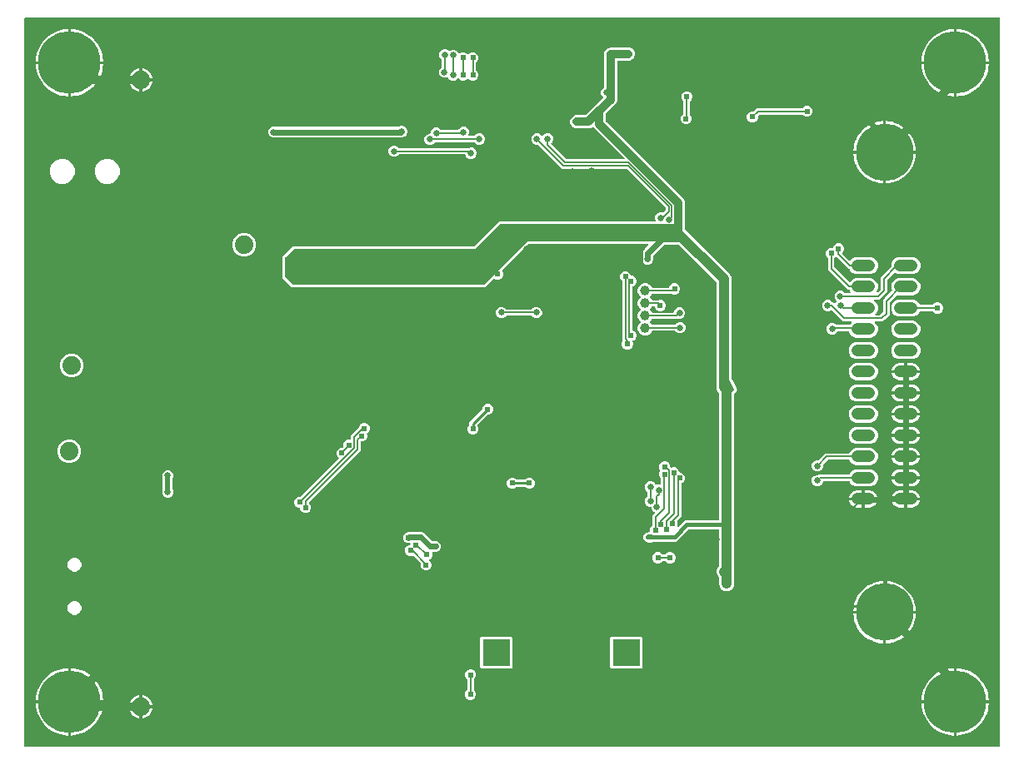
<source format=gbr>
G04 EAGLE Gerber RS-274X export*
G75*
%MOMM*%
%FSLAX34Y34*%
%LPD*%
%INBottom Copper*%
%IPPOS*%
%AMOC8*
5,1,8,0,0,1.08239X$1,22.5*%
G01*
%ADD10C,1.219200*%
%ADD11C,5.842000*%
%ADD12C,6.350000*%
%ADD13C,1.879600*%
%ADD14C,1.000000*%
%ADD15R,2.781300X2.781300*%
%ADD16C,0.635000*%
%ADD17C,0.127000*%
%ADD18C,0.604000*%
%ADD19C,0.508000*%
%ADD20C,0.609600*%
%ADD21C,1.016000*%
%ADD22C,0.812800*%
%ADD23C,0.304800*%
%ADD24C,0.406400*%
%ADD25C,0.254000*%
%ADD26C,0.177800*%
%ADD27C,0.152400*%

G36*
X995020Y4242D02*
X995020Y4242D01*
X995039Y4240D01*
X995141Y4262D01*
X995243Y4279D01*
X995260Y4288D01*
X995280Y4292D01*
X995369Y4345D01*
X995460Y4394D01*
X995474Y4408D01*
X995491Y4418D01*
X995558Y4497D01*
X995630Y4572D01*
X995638Y4590D01*
X995651Y4605D01*
X995690Y4701D01*
X995733Y4795D01*
X995735Y4815D01*
X995743Y4833D01*
X995761Y5000D01*
X995761Y745000D01*
X995758Y745020D01*
X995760Y745039D01*
X995738Y745141D01*
X995722Y745243D01*
X995712Y745260D01*
X995708Y745280D01*
X995655Y745369D01*
X995606Y745460D01*
X995592Y745474D01*
X995582Y745491D01*
X995503Y745558D01*
X995428Y745630D01*
X995410Y745638D01*
X995395Y745651D01*
X995299Y745690D01*
X995205Y745733D01*
X995185Y745735D01*
X995167Y745743D01*
X995000Y745761D01*
X5000Y745761D01*
X4980Y745758D01*
X4961Y745760D01*
X4859Y745738D01*
X4757Y745722D01*
X4740Y745712D01*
X4720Y745708D01*
X4631Y745655D01*
X4540Y745606D01*
X4526Y745592D01*
X4509Y745582D01*
X4442Y745503D01*
X4371Y745428D01*
X4362Y745410D01*
X4349Y745395D01*
X4310Y745299D01*
X4267Y745205D01*
X4265Y745185D01*
X4257Y745167D01*
X4239Y745000D01*
X4239Y5000D01*
X4242Y4980D01*
X4240Y4961D01*
X4262Y4859D01*
X4279Y4757D01*
X4288Y4740D01*
X4292Y4720D01*
X4345Y4631D01*
X4394Y4540D01*
X4408Y4526D01*
X4418Y4509D01*
X4497Y4442D01*
X4572Y4371D01*
X4590Y4362D01*
X4605Y4349D01*
X4701Y4310D01*
X4795Y4267D01*
X4815Y4265D01*
X4833Y4257D01*
X5000Y4239D01*
X995000Y4239D01*
X995020Y4242D01*
G37*
%LPC*%
G36*
X717109Y162648D02*
X717109Y162648D01*
X717095Y162650D01*
X717081Y162655D01*
X716915Y162673D01*
X716484Y162673D01*
X715608Y163036D01*
X715577Y163044D01*
X715510Y163069D01*
X714593Y163311D01*
X714250Y163571D01*
X714238Y163578D01*
X714228Y163588D01*
X714081Y163669D01*
X713683Y163834D01*
X713013Y164504D01*
X712986Y164523D01*
X712935Y164572D01*
X712180Y165146D01*
X711963Y165518D01*
X711954Y165529D01*
X711949Y165542D01*
X711844Y165673D01*
X711539Y165977D01*
X711177Y166853D01*
X711160Y166881D01*
X711131Y166946D01*
X710653Y167765D01*
X710595Y168192D01*
X710591Y168205D01*
X710591Y168220D01*
X710544Y168381D01*
X710379Y168778D01*
X710379Y169727D01*
X710374Y169758D01*
X710372Y169829D01*
X709945Y172975D01*
X710354Y174530D01*
X710356Y174545D01*
X710361Y174558D01*
X710379Y174724D01*
X710379Y176528D01*
X710365Y176618D01*
X710357Y176709D01*
X710345Y176739D01*
X710340Y176771D01*
X710297Y176852D01*
X710261Y176935D01*
X710235Y176968D01*
X710224Y176988D01*
X710201Y177010D01*
X710156Y177066D01*
X709039Y178183D01*
X707879Y180984D01*
X707879Y184016D01*
X709039Y186817D01*
X710156Y187934D01*
X710200Y187994D01*
X710237Y188033D01*
X710243Y188047D01*
X710269Y188077D01*
X710281Y188107D01*
X710300Y188133D01*
X710327Y188220D01*
X710361Y188305D01*
X710365Y188346D01*
X710372Y188368D01*
X710371Y188401D01*
X710379Y188472D01*
X710379Y224666D01*
X710376Y224686D01*
X710378Y224705D01*
X710356Y224807D01*
X710340Y224909D01*
X710330Y224926D01*
X710326Y224946D01*
X710273Y225035D01*
X710224Y225126D01*
X710210Y225140D01*
X710200Y225157D01*
X710121Y225224D01*
X710046Y225296D01*
X710028Y225304D01*
X710013Y225317D01*
X709917Y225356D01*
X709823Y225399D01*
X709803Y225401D01*
X709785Y225409D01*
X709618Y225427D01*
X679709Y225427D01*
X679619Y225413D01*
X679528Y225405D01*
X679499Y225393D01*
X679467Y225388D01*
X679386Y225345D01*
X679302Y225309D01*
X679270Y225283D01*
X679249Y225272D01*
X679227Y225249D01*
X679171Y225204D01*
X666894Y212927D01*
X643607Y212927D01*
X643517Y212913D01*
X643426Y212905D01*
X643396Y212893D01*
X643364Y212888D01*
X643283Y212845D01*
X643199Y212809D01*
X643192Y212803D01*
X641106Y211939D01*
X638894Y211939D01*
X636800Y212806D01*
X636788Y212817D01*
X636758Y212829D01*
X636732Y212848D01*
X636645Y212875D01*
X636560Y212909D01*
X636519Y212913D01*
X636497Y212920D01*
X636465Y212919D01*
X636393Y212927D01*
X635606Y212927D01*
X632927Y215606D01*
X632927Y219394D01*
X635606Y222073D01*
X636393Y222073D01*
X636483Y222087D01*
X636574Y222095D01*
X636604Y222107D01*
X636636Y222112D01*
X636717Y222155D01*
X636801Y222191D01*
X636808Y222197D01*
X638894Y223061D01*
X639178Y223061D01*
X639198Y223064D01*
X639217Y223062D01*
X639319Y223084D01*
X639421Y223100D01*
X639438Y223110D01*
X639458Y223114D01*
X639547Y223167D01*
X639638Y223216D01*
X639652Y223230D01*
X639669Y223240D01*
X639736Y223319D01*
X639808Y223394D01*
X639816Y223412D01*
X639829Y223427D01*
X639868Y223523D01*
X639911Y223617D01*
X639913Y223637D01*
X639921Y223655D01*
X639939Y223822D01*
X639939Y225606D01*
X640786Y227650D01*
X642101Y228965D01*
X642154Y229039D01*
X642214Y229109D01*
X642226Y229139D01*
X642245Y229165D01*
X642272Y229252D01*
X642306Y229337D01*
X642310Y229378D01*
X642317Y229400D01*
X642316Y229432D01*
X642324Y229504D01*
X642324Y239490D01*
X644531Y241697D01*
X644557Y241734D01*
X644591Y241765D01*
X644629Y241833D01*
X644674Y241897D01*
X644688Y241940D01*
X644710Y241981D01*
X644724Y242057D01*
X644747Y242132D01*
X644745Y242178D01*
X644754Y242223D01*
X644742Y242300D01*
X644740Y242378D01*
X644724Y242421D01*
X644718Y242466D01*
X644683Y242535D01*
X644656Y242609D01*
X644627Y242644D01*
X644606Y242685D01*
X644551Y242740D01*
X644502Y242801D01*
X644463Y242825D01*
X644431Y242858D01*
X644311Y242924D01*
X644295Y242934D01*
X644290Y242935D01*
X644284Y242938D01*
X643762Y243154D01*
X642154Y244762D01*
X641284Y246863D01*
X641284Y247523D01*
X641281Y247543D01*
X641283Y247562D01*
X641261Y247664D01*
X641245Y247766D01*
X641235Y247783D01*
X641231Y247803D01*
X641178Y247892D01*
X641129Y247983D01*
X641115Y247997D01*
X641105Y248014D01*
X641026Y248081D01*
X640951Y248153D01*
X640933Y248161D01*
X640918Y248174D01*
X640822Y248213D01*
X640728Y248256D01*
X640708Y248258D01*
X640690Y248266D01*
X640523Y248284D01*
X639363Y248284D01*
X637262Y249154D01*
X635654Y250762D01*
X634784Y252863D01*
X634784Y255137D01*
X635654Y257238D01*
X637101Y258685D01*
X637154Y258759D01*
X637214Y258828D01*
X637226Y258858D01*
X637245Y258884D01*
X637272Y258971D01*
X637306Y259056D01*
X637310Y259097D01*
X637317Y259119D01*
X637316Y259152D01*
X637324Y259223D01*
X637324Y263277D01*
X637310Y263367D01*
X637302Y263458D01*
X637290Y263488D01*
X637285Y263520D01*
X637242Y263601D01*
X637206Y263684D01*
X637180Y263717D01*
X637169Y263737D01*
X637146Y263759D01*
X637101Y263815D01*
X635654Y265262D01*
X634784Y267363D01*
X634784Y269637D01*
X635654Y271738D01*
X637262Y273346D01*
X639363Y274216D01*
X641637Y274216D01*
X643738Y273346D01*
X645346Y271738D01*
X645607Y271105D01*
X645618Y271088D01*
X645624Y271069D01*
X645682Y270984D01*
X645737Y270896D01*
X645752Y270884D01*
X645764Y270867D01*
X645847Y270806D01*
X645927Y270740D01*
X645945Y270732D01*
X645961Y270720D01*
X646060Y270688D01*
X646156Y270651D01*
X646176Y270650D01*
X646195Y270644D01*
X646299Y270645D01*
X646402Y270641D01*
X646421Y270646D01*
X646441Y270647D01*
X646602Y270693D01*
X647863Y271216D01*
X649889Y271216D01*
X649909Y271219D01*
X649928Y271217D01*
X650030Y271239D01*
X650132Y271255D01*
X650149Y271265D01*
X650169Y271269D01*
X650258Y271322D01*
X650349Y271371D01*
X650363Y271385D01*
X650380Y271395D01*
X650447Y271474D01*
X650519Y271549D01*
X650527Y271567D01*
X650540Y271582D01*
X650579Y271678D01*
X650622Y271772D01*
X650624Y271792D01*
X650632Y271810D01*
X650650Y271977D01*
X650650Y277341D01*
X650636Y277431D01*
X650628Y277522D01*
X650616Y277552D01*
X650611Y277584D01*
X650568Y277665D01*
X650532Y277749D01*
X650506Y277781D01*
X650495Y277801D01*
X650472Y277824D01*
X650427Y277880D01*
X649957Y278350D01*
X649110Y280394D01*
X649110Y282606D01*
X649957Y284650D01*
X650183Y284876D01*
X650195Y284892D01*
X650210Y284905D01*
X650266Y284992D01*
X650327Y285076D01*
X650333Y285095D01*
X650343Y285112D01*
X650369Y285212D01*
X650399Y285311D01*
X650399Y285331D01*
X650403Y285350D01*
X650395Y285453D01*
X650393Y285557D01*
X650386Y285576D01*
X650384Y285595D01*
X650362Y285649D01*
X650344Y285710D01*
X649439Y287894D01*
X649439Y290106D01*
X650286Y292150D01*
X651850Y293714D01*
X653894Y294561D01*
X656106Y294561D01*
X658150Y293714D01*
X659714Y292150D01*
X660561Y290106D01*
X660561Y289023D01*
X660575Y288932D01*
X660583Y288842D01*
X660595Y288812D01*
X660600Y288780D01*
X660643Y288699D01*
X660679Y288615D01*
X660705Y288583D01*
X660716Y288562D01*
X660739Y288540D01*
X660784Y288484D01*
X661038Y288230D01*
X661133Y288162D01*
X661227Y288092D01*
X661233Y288090D01*
X661238Y288086D01*
X661349Y288052D01*
X661461Y288016D01*
X661467Y288016D01*
X661473Y288014D01*
X661590Y288017D01*
X661707Y288018D01*
X661714Y288020D01*
X661719Y288020D01*
X661736Y288027D01*
X661868Y288065D01*
X663065Y288561D01*
X665277Y288561D01*
X667321Y287714D01*
X668885Y286150D01*
X669732Y284106D01*
X669732Y283822D01*
X669735Y283802D01*
X669733Y283783D01*
X669755Y283681D01*
X669771Y283579D01*
X669781Y283562D01*
X669785Y283542D01*
X669838Y283453D01*
X669887Y283362D01*
X669901Y283348D01*
X669911Y283331D01*
X669990Y283264D01*
X670065Y283192D01*
X670083Y283184D01*
X670098Y283171D01*
X670194Y283132D01*
X670288Y283089D01*
X670308Y283087D01*
X670326Y283079D01*
X670493Y283061D01*
X671106Y283061D01*
X673150Y282214D01*
X674714Y280650D01*
X675561Y278606D01*
X675561Y276394D01*
X674714Y274350D01*
X673150Y272786D01*
X672146Y272370D01*
X672046Y272308D01*
X671946Y272248D01*
X671942Y272244D01*
X671937Y272240D01*
X671862Y272150D01*
X671786Y272061D01*
X671784Y272056D01*
X671780Y272051D01*
X671738Y271942D01*
X671694Y271833D01*
X671693Y271826D01*
X671692Y271821D01*
X671691Y271803D01*
X671676Y271667D01*
X671676Y238685D01*
X667552Y234561D01*
X667484Y234466D01*
X667414Y234373D01*
X667413Y234367D01*
X667409Y234361D01*
X667375Y234250D01*
X667338Y234139D01*
X667338Y234132D01*
X667337Y234126D01*
X667340Y234010D01*
X667341Y233893D01*
X667343Y233886D01*
X667343Y233881D01*
X667349Y233863D01*
X667387Y233732D01*
X668061Y232106D01*
X668061Y229894D01*
X667498Y228536D01*
X667476Y228442D01*
X667448Y228349D01*
X667448Y228322D01*
X667442Y228297D01*
X667451Y228200D01*
X667454Y228103D01*
X667463Y228078D01*
X667465Y228052D01*
X667505Y227963D01*
X667538Y227872D01*
X667555Y227851D01*
X667565Y227827D01*
X667631Y227756D01*
X667692Y227680D01*
X667714Y227666D01*
X667732Y227646D01*
X667817Y227599D01*
X667899Y227547D01*
X667924Y227540D01*
X667947Y227528D01*
X668043Y227510D01*
X668138Y227487D01*
X668164Y227489D01*
X668189Y227484D01*
X668286Y227498D01*
X668383Y227506D01*
X668407Y227516D01*
X668433Y227520D01*
X668520Y227564D01*
X668609Y227602D01*
X668634Y227622D01*
X668652Y227631D01*
X668675Y227655D01*
X668740Y227707D01*
X675606Y234573D01*
X709618Y234573D01*
X709638Y234576D01*
X709657Y234574D01*
X709759Y234596D01*
X709861Y234612D01*
X709878Y234622D01*
X709898Y234626D01*
X709987Y234679D01*
X710078Y234728D01*
X710092Y234742D01*
X710109Y234752D01*
X710176Y234831D01*
X710248Y234906D01*
X710256Y234924D01*
X710269Y234939D01*
X710308Y235035D01*
X710351Y235129D01*
X710353Y235149D01*
X710361Y235167D01*
X710379Y235334D01*
X710379Y363528D01*
X710365Y363618D01*
X710357Y363709D01*
X710345Y363739D01*
X710340Y363771D01*
X710297Y363852D01*
X710261Y363935D01*
X710235Y363968D01*
X710224Y363988D01*
X710201Y364010D01*
X710183Y364032D01*
X710179Y364040D01*
X710174Y364044D01*
X710156Y364066D01*
X708539Y365683D01*
X707379Y368484D01*
X707379Y476528D01*
X707365Y476618D01*
X707357Y476709D01*
X707345Y476739D01*
X707340Y476771D01*
X707297Y476851D01*
X707261Y476935D01*
X707235Y476968D01*
X707224Y476988D01*
X707201Y477010D01*
X707156Y477066D01*
X669621Y514601D01*
X669547Y514654D01*
X669478Y514714D01*
X669448Y514726D01*
X669422Y514745D01*
X669335Y514772D01*
X669250Y514806D01*
X669209Y514810D01*
X669187Y514817D01*
X669154Y514816D01*
X669083Y514824D01*
X654543Y514824D01*
X654453Y514810D01*
X654362Y514802D01*
X654332Y514790D01*
X654300Y514785D01*
X654220Y514742D01*
X654136Y514706D01*
X654104Y514680D01*
X654083Y514669D01*
X654061Y514646D01*
X654005Y514601D01*
X643312Y503908D01*
X643259Y503834D01*
X643199Y503765D01*
X643187Y503734D01*
X643168Y503708D01*
X643141Y503621D01*
X643107Y503536D01*
X643103Y503496D01*
X643096Y503473D01*
X643097Y503441D01*
X643089Y503370D01*
X643089Y502095D01*
X643092Y502076D01*
X643090Y502057D01*
X643099Y502012D01*
X643100Y501965D01*
X643123Y501885D01*
X643128Y501852D01*
X643138Y501835D01*
X643139Y501829D01*
X643142Y501816D01*
X643144Y501813D01*
X643147Y501804D01*
X643216Y501637D01*
X643216Y499363D01*
X642346Y497262D01*
X640738Y495654D01*
X638637Y494784D01*
X636363Y494784D01*
X634262Y495654D01*
X632654Y497262D01*
X631784Y499363D01*
X631784Y501637D01*
X631853Y501804D01*
X631864Y501851D01*
X631883Y501891D01*
X631885Y501909D01*
X631893Y501928D01*
X631902Y502011D01*
X631909Y502043D01*
X631908Y502062D01*
X631911Y502095D01*
X631911Y507112D01*
X632762Y509166D01*
X634441Y510845D01*
X638121Y514525D01*
X638163Y514583D01*
X638212Y514635D01*
X638234Y514682D01*
X638265Y514724D01*
X638286Y514793D01*
X638316Y514858D01*
X638322Y514910D01*
X638337Y514960D01*
X638335Y515031D01*
X638343Y515102D01*
X638332Y515153D01*
X638331Y515205D01*
X638306Y515273D01*
X638291Y515343D01*
X638264Y515388D01*
X638246Y515436D01*
X638201Y515492D01*
X638165Y515554D01*
X638125Y515588D01*
X638092Y515628D01*
X638032Y515667D01*
X637978Y515714D01*
X637929Y515733D01*
X637886Y515761D01*
X637816Y515779D01*
X637750Y515806D01*
X637678Y515814D01*
X637647Y515822D01*
X637624Y515820D01*
X637583Y515824D01*
X516631Y515824D01*
X516541Y515810D01*
X516450Y515802D01*
X516420Y515790D01*
X516388Y515785D01*
X516307Y515742D01*
X516223Y515706D01*
X516191Y515680D01*
X516171Y515669D01*
X516148Y515646D01*
X516147Y515645D01*
X516145Y515644D01*
X516143Y515642D01*
X516092Y515601D01*
X489716Y489225D01*
X489704Y489208D01*
X489689Y489196D01*
X489633Y489109D01*
X489572Y489025D01*
X489566Y489006D01*
X489556Y488989D01*
X489530Y488889D01*
X489500Y488790D01*
X489501Y488770D01*
X489496Y488751D01*
X489504Y488648D01*
X489506Y488544D01*
X489513Y488525D01*
X489515Y488505D01*
X489555Y488410D01*
X489591Y488313D01*
X489603Y488297D01*
X489611Y488279D01*
X489714Y488151D01*
X490561Y486106D01*
X490561Y483894D01*
X489714Y481850D01*
X488150Y480286D01*
X486106Y479439D01*
X483894Y479439D01*
X481849Y480286D01*
X481836Y480296D01*
X481823Y480311D01*
X481736Y480367D01*
X481652Y480428D01*
X481633Y480433D01*
X481616Y480444D01*
X481516Y480470D01*
X481417Y480500D01*
X481397Y480499D01*
X481378Y480504D01*
X481275Y480496D01*
X481171Y480494D01*
X481152Y480487D01*
X481133Y480485D01*
X481038Y480445D01*
X480940Y480409D01*
X480925Y480397D01*
X480906Y480389D01*
X480775Y480284D01*
X472315Y471824D01*
X276185Y471824D01*
X266824Y481185D01*
X266824Y502815D01*
X268907Y504899D01*
X268908Y504899D01*
X275101Y511092D01*
X275101Y511093D01*
X277185Y513176D01*
X460869Y513176D01*
X460959Y513190D01*
X461050Y513198D01*
X461080Y513210D01*
X461112Y513215D01*
X461193Y513258D01*
X461277Y513294D01*
X461309Y513320D01*
X461329Y513331D01*
X461352Y513354D01*
X461408Y513399D01*
X486185Y538176D01*
X645274Y538176D01*
X645319Y538183D01*
X645365Y538181D01*
X645440Y538203D01*
X645517Y538215D01*
X645557Y538237D01*
X645601Y538250D01*
X645665Y538294D01*
X645734Y538331D01*
X645766Y538364D01*
X645803Y538390D01*
X645850Y538452D01*
X645903Y538509D01*
X645923Y538551D01*
X645950Y538587D01*
X645974Y538661D01*
X646007Y538732D01*
X646012Y538778D01*
X646026Y538821D01*
X646026Y538899D01*
X646034Y538976D01*
X646024Y539021D01*
X646024Y539067D01*
X645986Y539199D01*
X645982Y539217D01*
X645979Y539221D01*
X645977Y539228D01*
X645311Y540836D01*
X645311Y543110D01*
X646181Y545211D01*
X647789Y546819D01*
X649890Y547689D01*
X652164Y547689D01*
X652817Y547418D01*
X652930Y547392D01*
X653044Y547363D01*
X653050Y547364D01*
X653056Y547362D01*
X653173Y547373D01*
X653289Y547382D01*
X653295Y547385D01*
X653301Y547385D01*
X653408Y547433D01*
X653515Y547479D01*
X653521Y547483D01*
X653526Y547485D01*
X653539Y547498D01*
X653646Y547583D01*
X655628Y549566D01*
X655681Y549640D01*
X655741Y549709D01*
X655753Y549739D01*
X655772Y549765D01*
X655799Y549852D01*
X655833Y549937D01*
X655837Y549978D01*
X655844Y550000D01*
X655843Y550033D01*
X655851Y550104D01*
X655851Y552342D01*
X655848Y552361D01*
X655850Y552378D01*
X655835Y552446D01*
X655829Y552523D01*
X655817Y552553D01*
X655811Y552585D01*
X655801Y552605D01*
X655798Y552619D01*
X655766Y552672D01*
X655733Y552750D01*
X655707Y552782D01*
X655696Y552802D01*
X655677Y552821D01*
X655672Y552830D01*
X655663Y552837D01*
X655628Y552881D01*
X616434Y592074D01*
X616361Y592127D01*
X616291Y592187D01*
X616261Y592199D01*
X616235Y592218D01*
X616148Y592245D01*
X616063Y592279D01*
X616022Y592283D01*
X616000Y592290D01*
X615967Y592289D01*
X615896Y592297D01*
X550712Y592297D01*
X548628Y594380D01*
X548628Y594381D01*
X526448Y616561D01*
X526374Y616614D01*
X526304Y616674D01*
X526274Y616686D01*
X526248Y616705D01*
X526161Y616732D01*
X526076Y616766D01*
X526035Y616770D01*
X526013Y616777D01*
X525981Y616776D01*
X525909Y616784D01*
X523863Y616784D01*
X521762Y617654D01*
X520154Y619262D01*
X519284Y621363D01*
X519284Y623637D01*
X520154Y625738D01*
X521762Y627346D01*
X523863Y628216D01*
X526137Y628216D01*
X528238Y627346D01*
X529871Y625713D01*
X529908Y625686D01*
X529939Y625652D01*
X530007Y625615D01*
X530070Y625569D01*
X530114Y625556D01*
X530155Y625533D01*
X530231Y625520D01*
X530305Y625497D01*
X530351Y625498D01*
X530397Y625490D01*
X530473Y625501D01*
X530551Y625503D01*
X530595Y625519D01*
X530640Y625526D01*
X530709Y625561D01*
X530782Y625588D01*
X530818Y625616D01*
X530859Y625637D01*
X530914Y625693D01*
X530974Y625741D01*
X530999Y625780D01*
X531031Y625813D01*
X531050Y625848D01*
X532684Y627481D01*
X534785Y628352D01*
X537059Y628352D01*
X539160Y627481D01*
X540768Y625874D01*
X541638Y623773D01*
X541638Y621499D01*
X540768Y619398D01*
X539585Y618216D01*
X539573Y618200D01*
X539558Y618187D01*
X539502Y618100D01*
X539441Y618016D01*
X539436Y617997D01*
X539425Y617980D01*
X539400Y617880D01*
X539369Y617781D01*
X539370Y617761D01*
X539365Y617742D01*
X539373Y617639D01*
X539375Y617535D01*
X539382Y617516D01*
X539384Y617496D01*
X539424Y617402D01*
X539460Y617304D01*
X539472Y617288D01*
X539480Y617270D01*
X539585Y617139D01*
X554566Y602158D01*
X554640Y602105D01*
X554710Y602045D01*
X554740Y602033D01*
X554766Y602014D01*
X554853Y601988D01*
X554938Y601953D01*
X554979Y601949D01*
X555001Y601942D01*
X555033Y601943D01*
X555105Y601935D01*
X613387Y601935D01*
X613458Y601946D01*
X613529Y601948D01*
X613578Y601966D01*
X613630Y601975D01*
X613693Y602008D01*
X613760Y602033D01*
X613801Y602065D01*
X613847Y602090D01*
X613896Y602142D01*
X613952Y602186D01*
X613980Y602230D01*
X614016Y602268D01*
X614047Y602333D01*
X614085Y602393D01*
X614098Y602444D01*
X614120Y602491D01*
X614128Y602562D01*
X614145Y602632D01*
X614141Y602684D01*
X614147Y602736D01*
X614132Y602806D01*
X614126Y602877D01*
X614106Y602925D01*
X614095Y602976D01*
X614058Y603038D01*
X614030Y603103D01*
X613985Y603159D01*
X613969Y603187D01*
X613951Y603202D01*
X613925Y603234D01*
X584866Y632294D01*
X582901Y634259D01*
X582809Y634480D01*
X582785Y634519D01*
X582769Y634562D01*
X582721Y634623D01*
X582680Y634689D01*
X582644Y634718D01*
X582615Y634754D01*
X582550Y634796D01*
X582490Y634846D01*
X582447Y634862D01*
X582409Y634887D01*
X582333Y634906D01*
X582260Y634934D01*
X582215Y634936D01*
X582170Y634947D01*
X582092Y634941D01*
X582015Y634945D01*
X581971Y634932D01*
X581925Y634928D01*
X581853Y634898D01*
X581778Y634876D01*
X581741Y634850D01*
X581698Y634832D01*
X581592Y634746D01*
X581576Y634736D01*
X581573Y634732D01*
X581567Y634727D01*
X581241Y634401D01*
X578814Y633395D01*
X564186Y633395D01*
X561759Y634401D01*
X559901Y636259D01*
X558895Y638686D01*
X558895Y641314D01*
X559901Y643741D01*
X561759Y645599D01*
X564186Y646605D01*
X574449Y646605D01*
X574539Y646619D01*
X574630Y646627D01*
X574660Y646639D01*
X574692Y646644D01*
X574772Y646687D01*
X574856Y646723D01*
X574888Y646749D01*
X574909Y646760D01*
X574931Y646783D01*
X574987Y646828D01*
X584866Y656706D01*
X592236Y664077D01*
X592248Y664093D01*
X592264Y664105D01*
X592319Y664192D01*
X592380Y664277D01*
X592386Y664296D01*
X592397Y664312D01*
X592422Y664413D01*
X592452Y664512D01*
X592452Y664532D01*
X592457Y664551D01*
X592449Y664654D01*
X592446Y664758D01*
X592439Y664776D01*
X592437Y664796D01*
X592397Y664891D01*
X592361Y664989D01*
X592349Y665004D01*
X592341Y665022D01*
X592236Y665153D01*
X591127Y666262D01*
X590257Y668363D01*
X590257Y670637D01*
X591127Y672738D01*
X592735Y674346D01*
X592925Y674424D01*
X593025Y674486D01*
X593125Y674546D01*
X593129Y674551D01*
X593134Y674554D01*
X593209Y674644D01*
X593285Y674733D01*
X593287Y674739D01*
X593291Y674743D01*
X593333Y674852D01*
X593377Y674961D01*
X593378Y674968D01*
X593379Y674973D01*
X593380Y674991D01*
X593395Y675128D01*
X593395Y709814D01*
X594401Y712241D01*
X596259Y714099D01*
X596972Y714395D01*
X597028Y714429D01*
X597088Y714455D01*
X597153Y714507D01*
X597181Y714524D01*
X597194Y714539D01*
X597219Y714560D01*
X597259Y714599D01*
X599686Y715605D01*
X619314Y715605D01*
X621741Y714599D01*
X623599Y712741D01*
X624605Y710314D01*
X624605Y707686D01*
X623599Y705259D01*
X621741Y703401D01*
X619314Y702395D01*
X607366Y702395D01*
X607346Y702392D01*
X607327Y702394D01*
X607225Y702372D01*
X607123Y702356D01*
X607106Y702346D01*
X607086Y702342D01*
X606997Y702289D01*
X606906Y702240D01*
X606892Y702226D01*
X606875Y702216D01*
X606808Y702137D01*
X606736Y702062D01*
X606728Y702044D01*
X606715Y702029D01*
X606676Y701933D01*
X606633Y701839D01*
X606631Y701819D01*
X606623Y701801D01*
X606605Y701634D01*
X606605Y661186D01*
X605599Y658759D01*
X595328Y648487D01*
X595275Y648413D01*
X595215Y648344D01*
X595203Y648314D01*
X595184Y648287D01*
X595157Y648200D01*
X595123Y648116D01*
X595119Y648075D01*
X595112Y648052D01*
X595113Y648020D01*
X595105Y647949D01*
X595105Y641051D01*
X595119Y640961D01*
X595127Y640870D01*
X595139Y640840D01*
X595144Y640808D01*
X595187Y640728D01*
X595223Y640644D01*
X595249Y640612D01*
X595260Y640591D01*
X595283Y640569D01*
X595328Y640513D01*
X674599Y561241D01*
X675605Y558814D01*
X675605Y534202D01*
X675619Y534112D01*
X675627Y534021D01*
X675639Y533991D01*
X675644Y533959D01*
X675676Y533900D01*
X675676Y530417D01*
X675690Y530327D01*
X675698Y530236D01*
X675710Y530206D01*
X675715Y530174D01*
X675758Y530093D01*
X675794Y530010D01*
X675820Y529977D01*
X675831Y529957D01*
X675854Y529935D01*
X675899Y529879D01*
X719210Y486568D01*
X721461Y484317D01*
X722621Y481516D01*
X722621Y379686D01*
X722635Y379596D01*
X722643Y379505D01*
X722655Y379475D01*
X722660Y379443D01*
X722703Y379362D01*
X722739Y379278D01*
X722765Y379246D01*
X722776Y379226D01*
X722799Y379203D01*
X722844Y379147D01*
X723176Y378815D01*
X723176Y378429D01*
X723191Y378338D01*
X723198Y378246D01*
X723212Y378209D01*
X723215Y378187D01*
X723231Y378158D01*
X723256Y378089D01*
X727555Y369492D01*
X727577Y369460D01*
X727593Y369425D01*
X727697Y369294D01*
X728176Y368815D01*
X728176Y368429D01*
X728191Y368338D01*
X728198Y368246D01*
X728212Y368209D01*
X728215Y368187D01*
X728231Y368158D01*
X728256Y368089D01*
X728429Y367744D01*
X728215Y367102D01*
X728209Y367064D01*
X728194Y367028D01*
X728176Y366861D01*
X728176Y366185D01*
X727903Y365912D01*
X727849Y365837D01*
X727789Y365766D01*
X727772Y365730D01*
X727759Y365712D01*
X727750Y365681D01*
X727719Y365614D01*
X727597Y365248D01*
X726992Y364945D01*
X726960Y364923D01*
X726925Y364907D01*
X726794Y364803D01*
X725844Y363853D01*
X725791Y363779D01*
X725731Y363709D01*
X725719Y363679D01*
X725700Y363653D01*
X725673Y363566D01*
X725639Y363481D01*
X725635Y363440D01*
X725628Y363418D01*
X725629Y363386D01*
X725621Y363314D01*
X725621Y170862D01*
X725626Y170830D01*
X725628Y170759D01*
X725755Y169819D01*
X725646Y169403D01*
X725644Y169389D01*
X725639Y169376D01*
X725621Y169209D01*
X725621Y168778D01*
X725258Y167902D01*
X725250Y167871D01*
X725225Y167805D01*
X724983Y166887D01*
X724723Y166545D01*
X724716Y166532D01*
X724706Y166522D01*
X724625Y166375D01*
X724461Y165977D01*
X723790Y165307D01*
X723771Y165281D01*
X723722Y165229D01*
X723148Y164474D01*
X722776Y164257D01*
X722765Y164248D01*
X722752Y164243D01*
X722621Y164138D01*
X722317Y163834D01*
X721441Y163471D01*
X721413Y163454D01*
X721349Y163425D01*
X720529Y162947D01*
X720102Y162889D01*
X720089Y162885D01*
X720075Y162885D01*
X719914Y162838D01*
X719516Y162673D01*
X718567Y162673D01*
X718536Y162668D01*
X718465Y162666D01*
X717525Y162539D01*
X717109Y162648D01*
G37*
%LPD*%
G36*
X471042Y474373D02*
X471042Y474373D01*
X471084Y474371D01*
X471151Y474393D01*
X471221Y474405D01*
X471257Y474427D01*
X471298Y474440D01*
X471371Y474494D01*
X471414Y474520D01*
X471427Y474536D01*
X471448Y474552D01*
X515263Y518366D01*
X653237Y518366D01*
X654052Y517552D01*
X654086Y517527D01*
X654115Y517496D01*
X654178Y517464D01*
X654236Y517423D01*
X654277Y517413D01*
X654315Y517393D01*
X654404Y517380D01*
X654453Y517368D01*
X654474Y517370D01*
X654500Y517366D01*
X670000Y517366D01*
X670042Y517373D01*
X670084Y517371D01*
X670151Y517393D01*
X670221Y517405D01*
X670257Y517427D01*
X670298Y517440D01*
X670371Y517494D01*
X670414Y517520D01*
X670427Y517536D01*
X670448Y517552D01*
X672948Y520052D01*
X672973Y520086D01*
X673004Y520115D01*
X673036Y520178D01*
X673077Y520236D01*
X673087Y520277D01*
X673107Y520315D01*
X673120Y520404D01*
X673133Y520453D01*
X673130Y520474D01*
X673134Y520500D01*
X673134Y532500D01*
X673127Y532542D01*
X673129Y532584D01*
X673107Y532651D01*
X673095Y532721D01*
X673073Y532757D01*
X673060Y532798D01*
X673006Y532871D01*
X672980Y532914D01*
X672964Y532927D01*
X672948Y532948D01*
X670448Y535448D01*
X670414Y535473D01*
X670385Y535504D01*
X670322Y535536D01*
X670264Y535577D01*
X670223Y535587D01*
X670185Y535607D01*
X670096Y535620D01*
X670047Y535633D01*
X670026Y535630D01*
X670000Y535634D01*
X487500Y535634D01*
X487458Y535627D01*
X487416Y535629D01*
X487349Y535607D01*
X487279Y535595D01*
X487243Y535573D01*
X487202Y535560D01*
X487129Y535506D01*
X487086Y535480D01*
X487073Y535464D01*
X487052Y535448D01*
X462237Y510634D01*
X278500Y510634D01*
X278458Y510627D01*
X278416Y510629D01*
X278349Y510607D01*
X278279Y510595D01*
X278243Y510573D01*
X278202Y510560D01*
X278129Y510506D01*
X278086Y510480D01*
X278073Y510464D01*
X278052Y510448D01*
X269552Y501948D01*
X269527Y501914D01*
X269496Y501885D01*
X269464Y501822D01*
X269423Y501764D01*
X269413Y501723D01*
X269393Y501685D01*
X269380Y501596D01*
X269368Y501547D01*
X269370Y501526D01*
X269366Y501500D01*
X269366Y482500D01*
X269373Y482458D01*
X269371Y482416D01*
X269393Y482349D01*
X269405Y482279D01*
X269427Y482243D01*
X269440Y482202D01*
X269494Y482129D01*
X269520Y482086D01*
X269536Y482073D01*
X269552Y482052D01*
X277052Y474552D01*
X277086Y474527D01*
X277115Y474496D01*
X277178Y474464D01*
X277236Y474423D01*
X277277Y474413D01*
X277315Y474393D01*
X277404Y474380D01*
X277453Y474368D01*
X277474Y474370D01*
X277500Y474366D01*
X471000Y474366D01*
X471042Y474373D01*
G37*
%LPC*%
G36*
X848896Y420338D02*
X848896Y420338D01*
X845722Y421653D01*
X843292Y424083D01*
X842404Y426227D01*
X842342Y426327D01*
X842282Y426427D01*
X842277Y426431D01*
X842274Y426436D01*
X842184Y426511D01*
X842095Y426587D01*
X842090Y426589D01*
X842085Y426593D01*
X841976Y426635D01*
X841867Y426679D01*
X841860Y426680D01*
X841855Y426681D01*
X841837Y426682D01*
X841700Y426697D01*
X830534Y426697D01*
X830419Y426678D01*
X830303Y426661D01*
X830298Y426659D01*
X830292Y426658D01*
X830189Y426603D01*
X830084Y426550D01*
X830080Y426545D01*
X830074Y426542D01*
X829994Y426458D01*
X829912Y426374D01*
X829908Y426368D01*
X829905Y426364D01*
X829897Y426347D01*
X829856Y426273D01*
X828238Y424654D01*
X826137Y423784D01*
X823863Y423784D01*
X821762Y424654D01*
X820154Y426262D01*
X819284Y428363D01*
X819284Y430637D01*
X820154Y432738D01*
X821762Y434346D01*
X823863Y435216D01*
X826137Y435216D01*
X828238Y434346D01*
X829058Y433526D01*
X829132Y433473D01*
X829201Y433413D01*
X829231Y433401D01*
X829257Y433382D01*
X829344Y433355D01*
X829429Y433321D01*
X829470Y433317D01*
X829492Y433310D01*
X829525Y433311D01*
X829596Y433303D01*
X842550Y433303D01*
X842664Y433322D01*
X842781Y433339D01*
X842786Y433341D01*
X842792Y433342D01*
X842895Y433397D01*
X843000Y433450D01*
X843004Y433455D01*
X843010Y433458D01*
X843090Y433542D01*
X843172Y433626D01*
X843176Y433632D01*
X843179Y433636D01*
X843187Y433653D01*
X843253Y433773D01*
X843292Y433867D01*
X844823Y435398D01*
X844864Y435456D01*
X844914Y435508D01*
X844936Y435555D01*
X844966Y435597D01*
X844987Y435666D01*
X845017Y435731D01*
X845023Y435783D01*
X845038Y435833D01*
X845037Y435904D01*
X845044Y435975D01*
X845033Y436026D01*
X845032Y436078D01*
X845007Y436146D01*
X844992Y436216D01*
X844966Y436261D01*
X844948Y436309D01*
X844903Y436365D01*
X844866Y436427D01*
X844826Y436461D01*
X844794Y436501D01*
X844734Y436540D01*
X844679Y436587D01*
X844631Y436606D01*
X844587Y436634D01*
X844518Y436652D01*
X844451Y436679D01*
X844380Y436687D01*
X844348Y436695D01*
X844325Y436693D01*
X844284Y436697D01*
X836132Y436697D01*
X824745Y448085D01*
X824728Y448096D01*
X824716Y448112D01*
X824628Y448168D01*
X824545Y448228D01*
X824526Y448234D01*
X824509Y448245D01*
X824408Y448270D01*
X824310Y448301D01*
X824290Y448300D01*
X824270Y448305D01*
X824167Y448297D01*
X824064Y448294D01*
X824045Y448287D01*
X824025Y448286D01*
X823930Y448245D01*
X823833Y448210D01*
X823817Y448197D01*
X823799Y448189D01*
X823774Y448169D01*
X821637Y447284D01*
X819363Y447284D01*
X817262Y448154D01*
X815654Y449762D01*
X814784Y451863D01*
X814784Y454137D01*
X815654Y456238D01*
X817262Y457846D01*
X819363Y458716D01*
X821637Y458716D01*
X823738Y457846D01*
X825058Y456526D01*
X825132Y456473D01*
X825201Y456413D01*
X825231Y456401D01*
X825257Y456382D01*
X825344Y456355D01*
X825429Y456321D01*
X825470Y456317D01*
X825492Y456310D01*
X825525Y456311D01*
X825596Y456303D01*
X825868Y456303D01*
X827052Y455119D01*
X827089Y455092D01*
X827120Y455058D01*
X827162Y455036D01*
X827192Y455009D01*
X827220Y454998D01*
X827251Y454975D01*
X827295Y454962D01*
X827336Y454940D01*
X827388Y454930D01*
X827421Y454917D01*
X827452Y454914D01*
X827487Y454903D01*
X827532Y454904D01*
X827578Y454896D01*
X827655Y454907D01*
X827732Y454909D01*
X827776Y454925D01*
X827821Y454932D01*
X827890Y454967D01*
X827963Y454994D01*
X827999Y455023D01*
X828040Y455043D01*
X828049Y455052D01*
X828051Y455054D01*
X828085Y455089D01*
X828095Y455099D01*
X828156Y455148D01*
X828180Y455186D01*
X828212Y455219D01*
X828218Y455229D01*
X828221Y455232D01*
X828227Y455245D01*
X828278Y455339D01*
X828289Y455355D01*
X828290Y455359D01*
X828293Y455366D01*
X828654Y456238D01*
X829378Y456962D01*
X829390Y456978D01*
X829406Y456990D01*
X829462Y457078D01*
X829522Y457161D01*
X829528Y457180D01*
X829539Y457197D01*
X829564Y457298D01*
X829594Y457397D01*
X829594Y457416D01*
X829599Y457436D01*
X829591Y457539D01*
X829588Y457642D01*
X829581Y457661D01*
X829580Y457681D01*
X829539Y457776D01*
X829504Y457873D01*
X829491Y457889D01*
X829483Y457907D01*
X829378Y458038D01*
X828431Y458985D01*
X827561Y461086D01*
X827561Y463360D01*
X828431Y465461D01*
X830039Y467069D01*
X832140Y467939D01*
X834414Y467939D01*
X836515Y467069D01*
X837835Y465749D01*
X837908Y465696D01*
X837978Y465636D01*
X838008Y465624D01*
X838034Y465605D01*
X838121Y465578D01*
X838206Y465544D01*
X838247Y465540D01*
X838269Y465533D01*
X838302Y465534D01*
X838373Y465526D01*
X843191Y465526D01*
X843262Y465537D01*
X843334Y465539D01*
X843383Y465557D01*
X843434Y465566D01*
X843497Y465599D01*
X843565Y465624D01*
X843605Y465656D01*
X843651Y465681D01*
X843701Y465733D01*
X843757Y465777D01*
X843785Y465821D01*
X843821Y465859D01*
X843851Y465924D01*
X843890Y465984D01*
X843902Y466035D01*
X843924Y466082D01*
X843932Y466153D01*
X843950Y466223D01*
X843946Y466275D01*
X843951Y466326D01*
X843936Y466397D01*
X843931Y466468D01*
X843910Y466516D01*
X843899Y466567D01*
X843862Y466628D01*
X843834Y466694D01*
X843789Y466750D01*
X843773Y466778D01*
X843755Y466793D01*
X843730Y466825D01*
X843292Y467263D01*
X842776Y468509D01*
X842714Y468609D01*
X842654Y468709D01*
X842650Y468713D01*
X842646Y468718D01*
X842556Y468793D01*
X842467Y468869D01*
X842461Y468871D01*
X842457Y468875D01*
X842348Y468917D01*
X842239Y468961D01*
X842232Y468962D01*
X842227Y468963D01*
X842209Y468964D01*
X842072Y468979D01*
X841030Y468979D01*
X820824Y489185D01*
X820824Y500996D01*
X820810Y501086D01*
X820802Y501177D01*
X820790Y501207D01*
X820785Y501239D01*
X820742Y501320D01*
X820706Y501404D01*
X820680Y501436D01*
X820669Y501456D01*
X820646Y501479D01*
X820601Y501535D01*
X819286Y502850D01*
X818439Y504894D01*
X818439Y507106D01*
X819286Y509150D01*
X820850Y510714D01*
X822894Y511561D01*
X825179Y511561D01*
X825249Y511544D01*
X825269Y511546D01*
X825289Y511543D01*
X825391Y511558D01*
X825494Y511567D01*
X825513Y511575D01*
X825532Y511578D01*
X825624Y511625D01*
X825719Y511667D01*
X825734Y511681D01*
X825752Y511690D01*
X825824Y511764D01*
X825900Y511833D01*
X825910Y511851D01*
X825924Y511865D01*
X826005Y512012D01*
X826786Y513898D01*
X828350Y515462D01*
X830394Y516309D01*
X832606Y516309D01*
X834650Y515462D01*
X836214Y513898D01*
X837061Y511854D01*
X837061Y509642D01*
X836214Y507598D01*
X835592Y506976D01*
X835580Y506960D01*
X835565Y506947D01*
X835509Y506860D01*
X835448Y506776D01*
X835443Y506757D01*
X835432Y506740D01*
X835406Y506640D01*
X835376Y506541D01*
X835377Y506521D01*
X835372Y506502D01*
X835380Y506399D01*
X835382Y506295D01*
X835389Y506276D01*
X835391Y506257D01*
X835431Y506162D01*
X835467Y506064D01*
X835479Y506048D01*
X835487Y506030D01*
X835592Y505899D01*
X842535Y498956D01*
X842551Y498945D01*
X842563Y498929D01*
X842651Y498873D01*
X842734Y498813D01*
X842753Y498807D01*
X842770Y498796D01*
X842871Y498771D01*
X842970Y498741D01*
X842989Y498741D01*
X843009Y498736D01*
X843112Y498744D01*
X843215Y498747D01*
X843234Y498754D01*
X843254Y498755D01*
X843349Y498796D01*
X843446Y498831D01*
X843462Y498844D01*
X843480Y498852D01*
X843611Y498956D01*
X845722Y501067D01*
X848896Y502382D01*
X864524Y502382D01*
X867698Y501067D01*
X870128Y498637D01*
X871443Y495463D01*
X871443Y492027D01*
X870128Y488853D01*
X867698Y486423D01*
X864524Y485108D01*
X848896Y485108D01*
X845722Y486423D01*
X843292Y488853D01*
X842776Y490099D01*
X842714Y490199D01*
X842654Y490299D01*
X842650Y490303D01*
X842646Y490308D01*
X842556Y490383D01*
X842467Y490459D01*
X842461Y490461D01*
X842457Y490465D01*
X842348Y490507D01*
X842239Y490551D01*
X842232Y490552D01*
X842227Y490553D01*
X842209Y490554D01*
X842072Y490569D01*
X841940Y490569D01*
X839856Y492653D01*
X829725Y502784D01*
X829709Y502796D01*
X829696Y502811D01*
X829609Y502867D01*
X829525Y502928D01*
X829506Y502933D01*
X829489Y502944D01*
X829389Y502970D01*
X829290Y503000D01*
X829270Y502999D01*
X829251Y503004D01*
X829148Y502996D01*
X829044Y502994D01*
X829025Y502987D01*
X829005Y502985D01*
X828911Y502945D01*
X828813Y502909D01*
X828797Y502897D01*
X828779Y502889D01*
X828648Y502784D01*
X827399Y501535D01*
X827346Y501461D01*
X827286Y501391D01*
X827274Y501361D01*
X827255Y501335D01*
X827228Y501248D01*
X827194Y501163D01*
X827190Y501122D01*
X827183Y501100D01*
X827184Y501068D01*
X827176Y500996D01*
X827176Y492131D01*
X827190Y492041D01*
X827198Y491950D01*
X827210Y491920D01*
X827215Y491888D01*
X827258Y491807D01*
X827294Y491723D01*
X827320Y491691D01*
X827331Y491671D01*
X827354Y491648D01*
X827399Y491592D01*
X842092Y476900D01*
X842129Y476873D01*
X842160Y476839D01*
X842228Y476801D01*
X842291Y476756D01*
X842335Y476742D01*
X842376Y476720D01*
X842452Y476706D01*
X842526Y476684D01*
X842573Y476685D01*
X842618Y476677D01*
X842695Y476688D01*
X842772Y476690D01*
X842816Y476706D01*
X842861Y476713D01*
X842930Y476748D01*
X843003Y476774D01*
X843039Y476803D01*
X843080Y476824D01*
X843135Y476880D01*
X843195Y476928D01*
X843220Y476967D01*
X843253Y477000D01*
X843262Y477017D01*
X845722Y479477D01*
X848896Y480792D01*
X864524Y480792D01*
X867698Y479477D01*
X870128Y477047D01*
X871443Y473873D01*
X871443Y470437D01*
X870204Y467446D01*
X870181Y467351D01*
X870153Y467258D01*
X870153Y467231D01*
X870147Y467206D01*
X870157Y467109D01*
X870159Y467012D01*
X870168Y466987D01*
X870171Y466961D01*
X870210Y466872D01*
X870244Y466781D01*
X870260Y466760D01*
X870271Y466736D01*
X870336Y466665D01*
X870397Y466589D01*
X870419Y466575D01*
X870437Y466555D01*
X870522Y466508D01*
X870604Y466456D01*
X870630Y466449D01*
X870652Y466437D01*
X870748Y466419D01*
X870843Y466396D01*
X870869Y466398D01*
X870895Y466393D01*
X870991Y466407D01*
X871088Y466415D01*
X871112Y466425D01*
X871138Y466429D01*
X871225Y466473D01*
X871314Y466511D01*
X871340Y466532D01*
X871357Y466540D01*
X871380Y466564D01*
X871445Y466616D01*
X873974Y469145D01*
X874027Y469219D01*
X874087Y469288D01*
X874099Y469319D01*
X874118Y469345D01*
X874145Y469432D01*
X874179Y469517D01*
X874183Y469558D01*
X874190Y469580D01*
X874189Y469612D01*
X874197Y469683D01*
X874197Y481368D01*
X884934Y492105D01*
X884987Y492179D01*
X885047Y492248D01*
X885059Y492279D01*
X885078Y492305D01*
X885105Y492392D01*
X885139Y492477D01*
X885143Y492518D01*
X885150Y492540D01*
X885149Y492572D01*
X885157Y492643D01*
X885157Y495463D01*
X886472Y498637D01*
X888902Y501067D01*
X892076Y502382D01*
X907704Y502382D01*
X910878Y501067D01*
X913308Y498637D01*
X914623Y495463D01*
X914623Y492027D01*
X913308Y488853D01*
X910878Y486423D01*
X907704Y485108D01*
X892076Y485108D01*
X889154Y486319D01*
X889040Y486345D01*
X888927Y486374D01*
X888921Y486373D01*
X888914Y486375D01*
X888798Y486364D01*
X888682Y486355D01*
X888676Y486352D01*
X888670Y486352D01*
X888562Y486304D01*
X888455Y486258D01*
X888449Y486254D01*
X888445Y486252D01*
X888431Y486239D01*
X888324Y486154D01*
X881026Y478855D01*
X880973Y478781D01*
X880913Y478712D01*
X880901Y478681D01*
X880882Y478655D01*
X880855Y478568D01*
X880821Y478483D01*
X880817Y478442D01*
X880810Y478420D01*
X880811Y478388D01*
X880803Y478317D01*
X880803Y466632D01*
X873091Y458920D01*
X868503Y458920D01*
X868432Y458909D01*
X868360Y458907D01*
X868311Y458889D01*
X868260Y458881D01*
X868197Y458847D01*
X868129Y458822D01*
X868089Y458790D01*
X868043Y458765D01*
X867993Y458714D01*
X867937Y458669D01*
X867909Y458625D01*
X867873Y458587D01*
X867843Y458522D01*
X867804Y458462D01*
X867792Y458411D01*
X867770Y458364D01*
X867762Y458293D01*
X867744Y458223D01*
X867748Y458171D01*
X867742Y458120D01*
X867758Y458049D01*
X867763Y457978D01*
X867784Y457930D01*
X867795Y457879D01*
X867832Y457818D01*
X867860Y457752D01*
X867904Y457696D01*
X867921Y457668D01*
X867939Y457653D01*
X867964Y457621D01*
X870128Y455457D01*
X871443Y452283D01*
X871443Y448847D01*
X870128Y445673D01*
X869057Y444602D01*
X869016Y444544D01*
X868966Y444492D01*
X868944Y444445D01*
X868914Y444403D01*
X868893Y444334D01*
X868863Y444269D01*
X868857Y444217D01*
X868842Y444167D01*
X868843Y444096D01*
X868836Y444025D01*
X868847Y443974D01*
X868848Y443922D01*
X868873Y443854D01*
X868888Y443784D01*
X868914Y443739D01*
X868932Y443691D01*
X868977Y443635D01*
X869014Y443573D01*
X869054Y443539D01*
X869086Y443499D01*
X869146Y443460D01*
X869201Y443413D01*
X869249Y443394D01*
X869293Y443366D01*
X869362Y443348D01*
X869429Y443321D01*
X869500Y443313D01*
X869531Y443305D01*
X869555Y443307D01*
X869596Y443303D01*
X873317Y443303D01*
X873407Y443317D01*
X873498Y443325D01*
X873527Y443337D01*
X873559Y443342D01*
X873640Y443385D01*
X873724Y443421D01*
X873756Y443447D01*
X873777Y443458D01*
X873799Y443481D01*
X873855Y443526D01*
X876474Y446145D01*
X876527Y446219D01*
X876587Y446288D01*
X876599Y446319D01*
X876618Y446345D01*
X876645Y446432D01*
X876679Y446517D01*
X876683Y446558D01*
X876690Y446580D01*
X876689Y446612D01*
X876697Y446683D01*
X876697Y458868D01*
X878855Y461026D01*
X885708Y467879D01*
X885776Y467973D01*
X885846Y468068D01*
X885848Y468074D01*
X885852Y468079D01*
X885886Y468190D01*
X885922Y468301D01*
X885922Y468308D01*
X885924Y468314D01*
X885921Y468431D01*
X885920Y468547D01*
X885918Y468555D01*
X885918Y468560D01*
X885911Y468577D01*
X885873Y468709D01*
X885157Y470437D01*
X885157Y473873D01*
X886472Y477047D01*
X888902Y479477D01*
X892076Y480792D01*
X907704Y480792D01*
X910878Y479477D01*
X913308Y477047D01*
X914623Y473873D01*
X914623Y470437D01*
X913308Y467263D01*
X910878Y464833D01*
X907704Y463518D01*
X892076Y463518D01*
X891565Y463730D01*
X891452Y463756D01*
X891338Y463785D01*
X891332Y463785D01*
X891326Y463786D01*
X891209Y463775D01*
X891093Y463766D01*
X891087Y463764D01*
X891081Y463763D01*
X890973Y463715D01*
X890867Y463670D01*
X890861Y463665D01*
X890856Y463663D01*
X890842Y463650D01*
X890736Y463565D01*
X883526Y456355D01*
X883473Y456281D01*
X883413Y456212D01*
X883401Y456181D01*
X883382Y456155D01*
X883355Y456068D01*
X883321Y455983D01*
X883317Y455942D01*
X883310Y455920D01*
X883311Y455888D01*
X883303Y455817D01*
X883303Y443632D01*
X878526Y438855D01*
X876368Y436697D01*
X869136Y436697D01*
X869065Y436686D01*
X868993Y436684D01*
X868944Y436666D01*
X868893Y436658D01*
X868830Y436624D01*
X868762Y436599D01*
X868722Y436567D01*
X868676Y436542D01*
X868626Y436490D01*
X868570Y436446D01*
X868542Y436402D01*
X868506Y436364D01*
X868476Y436299D01*
X868437Y436239D01*
X868425Y436188D01*
X868403Y436141D01*
X868395Y436070D01*
X868377Y436000D01*
X868381Y435948D01*
X868376Y435897D01*
X868391Y435826D01*
X868396Y435755D01*
X868417Y435707D01*
X868428Y435656D01*
X868465Y435595D01*
X868493Y435529D01*
X868537Y435473D01*
X868554Y435445D01*
X868572Y435430D01*
X868597Y435398D01*
X870128Y433867D01*
X871443Y430693D01*
X871443Y427257D01*
X870128Y424083D01*
X867698Y421653D01*
X864524Y420338D01*
X848896Y420338D01*
G37*
%LPD*%
%LPC*%
G36*
X256363Y623784D02*
X256363Y623784D01*
X254262Y624654D01*
X252654Y626262D01*
X251784Y628363D01*
X251784Y630637D01*
X252654Y632738D01*
X254262Y634346D01*
X256363Y635216D01*
X258637Y635216D01*
X258804Y635147D01*
X258867Y635132D01*
X258928Y635107D01*
X259011Y635098D01*
X259043Y635091D01*
X259062Y635092D01*
X259095Y635089D01*
X384698Y635089D01*
X384763Y635099D01*
X384828Y635100D01*
X384908Y635123D01*
X384941Y635128D01*
X384958Y635138D01*
X384989Y635147D01*
X386363Y635716D01*
X388637Y635716D01*
X390738Y634846D01*
X392346Y633238D01*
X393216Y631137D01*
X393216Y628863D01*
X392346Y626762D01*
X390738Y625154D01*
X390571Y625085D01*
X390515Y625051D01*
X390455Y625025D01*
X390390Y624973D01*
X390362Y624956D01*
X390350Y624941D01*
X390324Y624920D01*
X390166Y624762D01*
X388112Y623911D01*
X259095Y623911D01*
X259030Y623901D01*
X258965Y623900D01*
X258885Y623877D01*
X258852Y623872D01*
X258835Y623862D01*
X258804Y623853D01*
X258637Y623784D01*
X256363Y623784D01*
G37*
%LPD*%
%LPC*%
G36*
X633500Y422359D02*
X633500Y422359D01*
X630728Y423507D01*
X628607Y425628D01*
X627459Y428400D01*
X627459Y431400D01*
X628607Y434172D01*
X630148Y435712D01*
X630159Y435728D01*
X630175Y435740D01*
X630231Y435828D01*
X630291Y435911D01*
X630297Y435930D01*
X630308Y435947D01*
X630333Y436048D01*
X630363Y436147D01*
X630363Y436166D01*
X630368Y436186D01*
X630360Y436289D01*
X630357Y436392D01*
X630350Y436411D01*
X630349Y436431D01*
X630308Y436526D01*
X630273Y436623D01*
X630260Y436639D01*
X630252Y436657D01*
X630148Y436788D01*
X628607Y438328D01*
X627459Y441100D01*
X627459Y444100D01*
X628607Y446872D01*
X630148Y448412D01*
X630159Y448428D01*
X630175Y448440D01*
X630231Y448528D01*
X630291Y448611D01*
X630297Y448630D01*
X630308Y448647D01*
X630333Y448748D01*
X630363Y448847D01*
X630363Y448866D01*
X630368Y448886D01*
X630360Y448989D01*
X630357Y449092D01*
X630350Y449111D01*
X630349Y449131D01*
X630308Y449226D01*
X630273Y449323D01*
X630260Y449339D01*
X630252Y449357D01*
X630148Y449488D01*
X628607Y451028D01*
X627459Y453800D01*
X627459Y456800D01*
X628607Y459572D01*
X630148Y461112D01*
X630159Y461128D01*
X630175Y461140D01*
X630231Y461228D01*
X630291Y461311D01*
X630297Y461330D01*
X630308Y461347D01*
X630333Y461448D01*
X630363Y461547D01*
X630363Y461566D01*
X630368Y461586D01*
X630360Y461689D01*
X630357Y461792D01*
X630350Y461811D01*
X630349Y461831D01*
X630308Y461926D01*
X630273Y462023D01*
X630260Y462039D01*
X630252Y462057D01*
X630148Y462188D01*
X628607Y463728D01*
X627459Y466500D01*
X627459Y469500D01*
X628607Y472272D01*
X630728Y474393D01*
X633500Y475541D01*
X636500Y475541D01*
X639272Y474393D01*
X641393Y472272D01*
X641652Y471646D01*
X641714Y471546D01*
X641773Y471446D01*
X641778Y471442D01*
X641782Y471437D01*
X641872Y471362D01*
X641960Y471286D01*
X641966Y471284D01*
X641971Y471280D01*
X642079Y471238D01*
X642189Y471194D01*
X642196Y471193D01*
X642201Y471192D01*
X642219Y471191D01*
X642355Y471176D01*
X658959Y471176D01*
X659074Y471195D01*
X659190Y471212D01*
X659196Y471214D01*
X659202Y471215D01*
X659305Y471270D01*
X659410Y471323D01*
X659414Y471328D01*
X659420Y471331D01*
X659499Y471415D01*
X659582Y471499D01*
X659586Y471505D01*
X659589Y471509D01*
X659597Y471526D01*
X659663Y471646D01*
X660286Y473150D01*
X661850Y474714D01*
X663894Y475561D01*
X666106Y475561D01*
X668150Y474714D01*
X669714Y473150D01*
X670561Y471106D01*
X670561Y468894D01*
X669714Y466850D01*
X668150Y465286D01*
X666106Y464439D01*
X663894Y464439D01*
X663104Y464766D01*
X663041Y464781D01*
X662980Y464806D01*
X662897Y464815D01*
X662865Y464822D01*
X662846Y464821D01*
X662813Y464824D01*
X642355Y464824D01*
X642241Y464805D01*
X642124Y464788D01*
X642119Y464786D01*
X642112Y464785D01*
X642010Y464730D01*
X641905Y464677D01*
X641901Y464672D01*
X641895Y464669D01*
X641815Y464585D01*
X641733Y464501D01*
X641729Y464495D01*
X641726Y464491D01*
X641718Y464474D01*
X641652Y464354D01*
X641393Y463728D01*
X639852Y462188D01*
X639841Y462172D01*
X639825Y462160D01*
X639769Y462072D01*
X639709Y461989D01*
X639703Y461970D01*
X639692Y461953D01*
X639667Y461852D01*
X639637Y461753D01*
X639637Y461734D01*
X639632Y461714D01*
X639640Y461611D01*
X639643Y461508D01*
X639650Y461489D01*
X639651Y461469D01*
X639692Y461374D01*
X639727Y461277D01*
X639740Y461261D01*
X639748Y461243D01*
X639852Y461112D01*
X641393Y459572D01*
X641652Y458946D01*
X641714Y458846D01*
X641773Y458746D01*
X641778Y458742D01*
X641782Y458737D01*
X641872Y458662D01*
X641960Y458586D01*
X641966Y458584D01*
X641971Y458580D01*
X642079Y458538D01*
X642189Y458494D01*
X642196Y458493D01*
X642201Y458492D01*
X642219Y458491D01*
X642355Y458476D01*
X648866Y458476D01*
X648931Y458486D01*
X648997Y458487D01*
X649076Y458510D01*
X649109Y458515D01*
X649126Y458525D01*
X649158Y458534D01*
X649223Y458561D01*
X651435Y458561D01*
X653479Y457714D01*
X655043Y456150D01*
X655890Y454106D01*
X655890Y451894D01*
X655043Y449850D01*
X653479Y448286D01*
X651435Y447439D01*
X649223Y447439D01*
X647179Y448286D01*
X645615Y449850D01*
X644868Y451654D01*
X644806Y451754D01*
X644746Y451854D01*
X644741Y451858D01*
X644738Y451863D01*
X644648Y451938D01*
X644559Y452014D01*
X644553Y452016D01*
X644548Y452020D01*
X644440Y452062D01*
X644331Y452106D01*
X644323Y452107D01*
X644319Y452108D01*
X644301Y452109D01*
X644164Y452124D01*
X642355Y452124D01*
X642241Y452105D01*
X642124Y452088D01*
X642119Y452086D01*
X642112Y452085D01*
X642010Y452030D01*
X641905Y451977D01*
X641901Y451972D01*
X641895Y451969D01*
X641815Y451885D01*
X641733Y451801D01*
X641729Y451795D01*
X641726Y451791D01*
X641718Y451774D01*
X641652Y451654D01*
X641393Y451028D01*
X639852Y449488D01*
X639841Y449472D01*
X639825Y449460D01*
X639769Y449372D01*
X639709Y449289D01*
X639703Y449270D01*
X639692Y449253D01*
X639667Y449152D01*
X639637Y449053D01*
X639637Y449034D01*
X639632Y449014D01*
X639640Y448911D01*
X639643Y448808D01*
X639650Y448789D01*
X639651Y448769D01*
X639692Y448674D01*
X639727Y448577D01*
X639740Y448561D01*
X639748Y448543D01*
X639852Y448412D01*
X641393Y446872D01*
X641652Y446246D01*
X641714Y446145D01*
X641773Y446046D01*
X641778Y446042D01*
X641782Y446037D01*
X641872Y445962D01*
X641960Y445886D01*
X641966Y445884D01*
X641971Y445880D01*
X642079Y445838D01*
X642189Y445794D01*
X642196Y445793D01*
X642201Y445792D01*
X642219Y445791D01*
X642355Y445776D01*
X663523Y445776D01*
X663543Y445779D01*
X663562Y445777D01*
X663664Y445799D01*
X663766Y445815D01*
X663783Y445825D01*
X663803Y445829D01*
X663892Y445882D01*
X663983Y445931D01*
X663997Y445945D01*
X664014Y445955D01*
X664081Y446034D01*
X664153Y446109D01*
X664161Y446127D01*
X664174Y446142D01*
X664213Y446238D01*
X664256Y446332D01*
X664258Y446352D01*
X664266Y446370D01*
X664284Y446537D01*
X664284Y446637D01*
X665154Y448738D01*
X666762Y450346D01*
X668863Y451216D01*
X671137Y451216D01*
X673238Y450346D01*
X674846Y448738D01*
X675716Y446637D01*
X675716Y444363D01*
X674846Y442262D01*
X673238Y440654D01*
X671137Y439784D01*
X669091Y439784D01*
X669001Y439770D01*
X668910Y439762D01*
X668880Y439750D01*
X668848Y439745D01*
X668767Y439702D01*
X668683Y439666D01*
X668651Y439640D01*
X668631Y439629D01*
X668608Y439606D01*
X668552Y439561D01*
X668415Y439424D01*
X642355Y439424D01*
X642241Y439405D01*
X642124Y439388D01*
X642119Y439386D01*
X642112Y439385D01*
X642010Y439330D01*
X641905Y439277D01*
X641901Y439272D01*
X641895Y439269D01*
X641815Y439185D01*
X641733Y439101D01*
X641729Y439095D01*
X641726Y439091D01*
X641718Y439074D01*
X641652Y438954D01*
X641393Y438328D01*
X639852Y436788D01*
X639841Y436772D01*
X639825Y436760D01*
X639769Y436672D01*
X639709Y436589D01*
X639703Y436570D01*
X639692Y436553D01*
X639667Y436452D01*
X639637Y436353D01*
X639637Y436334D01*
X639632Y436314D01*
X639640Y436211D01*
X639643Y436108D01*
X639650Y436089D01*
X639651Y436069D01*
X639692Y435974D01*
X639727Y435877D01*
X639740Y435861D01*
X639748Y435843D01*
X639852Y435712D01*
X641393Y434172D01*
X641403Y434146D01*
X641465Y434046D01*
X641525Y433946D01*
X641530Y433942D01*
X641533Y433937D01*
X641623Y433862D01*
X641712Y433786D01*
X641718Y433784D01*
X641722Y433780D01*
X641831Y433738D01*
X641940Y433694D01*
X641947Y433693D01*
X641952Y433692D01*
X641970Y433691D01*
X642107Y433676D01*
X665277Y433676D01*
X665367Y433690D01*
X665458Y433698D01*
X665488Y433710D01*
X665520Y433715D01*
X665601Y433758D01*
X665684Y433794D01*
X665717Y433820D01*
X665737Y433831D01*
X665759Y433854D01*
X665815Y433899D01*
X667262Y435346D01*
X669363Y436216D01*
X671637Y436216D01*
X673738Y435346D01*
X675346Y433738D01*
X676216Y431637D01*
X676216Y429363D01*
X675346Y427262D01*
X673738Y425654D01*
X671637Y424784D01*
X669363Y424784D01*
X667262Y425654D01*
X665815Y427101D01*
X665741Y427154D01*
X665672Y427214D01*
X665642Y427226D01*
X665616Y427245D01*
X665529Y427272D01*
X665444Y427306D01*
X665403Y427310D01*
X665381Y427317D01*
X665348Y427316D01*
X665277Y427324D01*
X642604Y427324D01*
X642489Y427305D01*
X642373Y427288D01*
X642367Y427286D01*
X642361Y427285D01*
X642258Y427230D01*
X642154Y427177D01*
X642149Y427172D01*
X642144Y427169D01*
X642064Y427085D01*
X641981Y427001D01*
X641978Y426995D01*
X641974Y426991D01*
X641966Y426974D01*
X641900Y426854D01*
X641393Y425628D01*
X639272Y423507D01*
X636500Y422359D01*
X633500Y422359D01*
G37*
%LPD*%
%LPC*%
G36*
X288894Y241939D02*
X288894Y241939D01*
X286850Y242786D01*
X285286Y244350D01*
X284439Y246394D01*
X284439Y246678D01*
X284436Y246698D01*
X284438Y246717D01*
X284416Y246819D01*
X284400Y246921D01*
X284390Y246938D01*
X284386Y246958D01*
X284333Y247047D01*
X284284Y247138D01*
X284270Y247152D01*
X284260Y247169D01*
X284181Y247236D01*
X284106Y247308D01*
X284088Y247316D01*
X284073Y247329D01*
X283977Y247368D01*
X283883Y247411D01*
X283863Y247413D01*
X283845Y247421D01*
X283678Y247439D01*
X282894Y247439D01*
X280850Y248286D01*
X279286Y249850D01*
X278439Y251894D01*
X278439Y254106D01*
X279286Y256150D01*
X280850Y257714D01*
X282894Y258561D01*
X284754Y258561D01*
X284844Y258575D01*
X284935Y258583D01*
X284965Y258595D01*
X284997Y258600D01*
X285078Y258643D01*
X285162Y258679D01*
X285194Y258705D01*
X285214Y258716D01*
X285237Y258739D01*
X285293Y258784D01*
X323731Y297222D01*
X323743Y297239D01*
X323758Y297251D01*
X323815Y297338D01*
X323875Y297422D01*
X323881Y297441D01*
X323891Y297458D01*
X323917Y297558D01*
X323947Y297657D01*
X323947Y297677D01*
X323951Y297696D01*
X323943Y297799D01*
X323941Y297903D01*
X323934Y297922D01*
X323932Y297942D01*
X323892Y298036D01*
X323856Y298134D01*
X323844Y298150D01*
X323836Y298168D01*
X323731Y298299D01*
X322180Y299850D01*
X321333Y301894D01*
X321333Y304106D01*
X322180Y306150D01*
X323744Y307714D01*
X325788Y308561D01*
X327648Y308561D01*
X327738Y308575D01*
X327829Y308583D01*
X327859Y308595D01*
X327891Y308600D01*
X327972Y308643D01*
X328056Y308679D01*
X328088Y308705D01*
X328109Y308716D01*
X328131Y308739D01*
X328187Y308784D01*
X328331Y308928D01*
X328399Y309022D01*
X328469Y309116D01*
X328471Y309122D01*
X328474Y309127D01*
X328509Y309239D01*
X328545Y309350D01*
X328545Y309357D01*
X328547Y309363D01*
X328544Y309479D01*
X328543Y309596D01*
X328540Y309603D01*
X328540Y309608D01*
X328534Y309626D01*
X328496Y309757D01*
X328439Y309894D01*
X328439Y312106D01*
X329286Y314150D01*
X330850Y315714D01*
X332894Y316561D01*
X335110Y316561D01*
X335145Y316552D01*
X335187Y316533D01*
X335264Y316525D01*
X335340Y316507D01*
X335386Y316511D01*
X335431Y316506D01*
X335507Y316523D01*
X335585Y316530D01*
X335627Y316549D01*
X335672Y316558D01*
X335739Y316598D01*
X335810Y316630D01*
X335844Y316661D01*
X335883Y316684D01*
X335933Y316744D01*
X335991Y316796D01*
X336013Y316836D01*
X336043Y316871D01*
X336072Y316944D01*
X336109Y317012D01*
X336118Y317057D01*
X336135Y317100D01*
X336150Y317235D01*
X336153Y317254D01*
X336152Y317259D01*
X336153Y317266D01*
X336153Y320750D01*
X343716Y328313D01*
X343769Y328387D01*
X343829Y328457D01*
X343841Y328487D01*
X343860Y328513D01*
X343887Y328600D01*
X343921Y328685D01*
X343925Y328726D01*
X343932Y328748D01*
X343931Y328780D01*
X343939Y328852D01*
X343939Y329106D01*
X344786Y331150D01*
X346350Y332714D01*
X348394Y333561D01*
X350606Y333561D01*
X352650Y332714D01*
X354214Y331150D01*
X355061Y329106D01*
X355061Y326894D01*
X354214Y324850D01*
X352648Y323284D01*
X352647Y323284D01*
X352562Y323225D01*
X352474Y323170D01*
X352461Y323155D01*
X352445Y323143D01*
X352384Y323061D01*
X352317Y322981D01*
X352310Y322962D01*
X352298Y322946D01*
X352266Y322848D01*
X352229Y322751D01*
X352228Y322731D01*
X352222Y322712D01*
X352223Y322608D01*
X352219Y322505D01*
X352224Y322486D01*
X352224Y322466D01*
X352271Y322305D01*
X352561Y321606D01*
X352561Y319394D01*
X351714Y317350D01*
X350150Y315786D01*
X348106Y314939D01*
X346937Y314939D01*
X346917Y314936D01*
X346898Y314938D01*
X346796Y314916D01*
X346694Y314900D01*
X346677Y314890D01*
X346657Y314886D01*
X346568Y314833D01*
X346477Y314784D01*
X346463Y314770D01*
X346446Y314760D01*
X346379Y314681D01*
X346307Y314606D01*
X346299Y314588D01*
X346286Y314573D01*
X346247Y314477D01*
X346204Y314383D01*
X346202Y314363D01*
X346194Y314345D01*
X346176Y314178D01*
X346176Y305685D01*
X293466Y252975D01*
X293454Y252959D01*
X293439Y252946D01*
X293383Y252859D01*
X293322Y252775D01*
X293317Y252756D01*
X293306Y252739D01*
X293280Y252639D01*
X293250Y252540D01*
X293251Y252520D01*
X293246Y252501D01*
X293254Y252398D01*
X293256Y252294D01*
X293263Y252275D01*
X293265Y252255D01*
X293305Y252161D01*
X293341Y252063D01*
X293353Y252047D01*
X293361Y252029D01*
X293466Y251898D01*
X294714Y250650D01*
X295561Y248606D01*
X295561Y246394D01*
X294714Y244350D01*
X293150Y242786D01*
X291106Y241939D01*
X288894Y241939D01*
G37*
%LPD*%
%LPC*%
G36*
X601081Y83553D02*
X601081Y83553D01*
X599593Y85041D01*
X599593Y114959D01*
X601081Y116447D01*
X630999Y116447D01*
X632487Y114959D01*
X632487Y85041D01*
X630999Y83553D01*
X601081Y83553D01*
G37*
%LPD*%
%LPC*%
G36*
X469001Y83553D02*
X469001Y83553D01*
X467513Y85041D01*
X467513Y114959D01*
X469001Y116447D01*
X498919Y116447D01*
X500407Y114959D01*
X500407Y85041D01*
X498919Y83553D01*
X469001Y83553D01*
G37*
%LPD*%
%LPC*%
G36*
X438863Y681784D02*
X438863Y681784D01*
X436762Y682654D01*
X435154Y684262D01*
X434859Y684976D01*
X434848Y684993D01*
X434843Y685012D01*
X434784Y685097D01*
X434729Y685185D01*
X434714Y685198D01*
X434703Y685214D01*
X434620Y685275D01*
X434540Y685342D01*
X434521Y685349D01*
X434505Y685361D01*
X434407Y685393D01*
X434310Y685430D01*
X434290Y685431D01*
X434271Y685437D01*
X434168Y685436D01*
X434064Y685440D01*
X434045Y685435D01*
X434025Y685435D01*
X433864Y685388D01*
X432137Y684672D01*
X429863Y684672D01*
X427762Y685542D01*
X426154Y687150D01*
X425284Y689251D01*
X425284Y691525D01*
X426154Y693626D01*
X427762Y695234D01*
X427854Y695272D01*
X427953Y695333D01*
X428054Y695393D01*
X428058Y695398D01*
X428063Y695401D01*
X428137Y695490D01*
X428214Y695580D01*
X428216Y695586D01*
X428220Y695591D01*
X428262Y695699D01*
X428306Y695808D01*
X428307Y695816D01*
X428308Y695820D01*
X428309Y695839D01*
X428324Y695975D01*
X428324Y702777D01*
X428310Y702867D01*
X428302Y702958D01*
X428290Y702988D01*
X428285Y703020D01*
X428242Y703101D01*
X428206Y703184D01*
X428180Y703217D01*
X428169Y703237D01*
X428146Y703259D01*
X428101Y703315D01*
X426654Y704762D01*
X425784Y706863D01*
X425784Y709137D01*
X426654Y711238D01*
X428262Y712846D01*
X430363Y713716D01*
X432637Y713716D01*
X434738Y712846D01*
X435406Y712178D01*
X435422Y712166D01*
X435434Y712150D01*
X435522Y712094D01*
X435605Y712034D01*
X435624Y712028D01*
X435641Y712017D01*
X435742Y711992D01*
X435841Y711962D01*
X435860Y711962D01*
X435880Y711957D01*
X435983Y711965D01*
X436086Y711968D01*
X436105Y711975D01*
X436125Y711976D01*
X436220Y712017D01*
X436317Y712052D01*
X436333Y712065D01*
X436351Y712073D01*
X436482Y712178D01*
X436762Y712458D01*
X438863Y713328D01*
X441137Y713328D01*
X443238Y712458D01*
X444846Y710850D01*
X445329Y709682D01*
X445353Y709643D01*
X445369Y709600D01*
X445418Y709539D01*
X445459Y709473D01*
X445494Y709444D01*
X445523Y709408D01*
X445588Y709366D01*
X445648Y709316D01*
X445691Y709300D01*
X445730Y709275D01*
X445805Y709256D01*
X445878Y709228D01*
X445924Y709226D01*
X445968Y709215D01*
X446046Y709221D01*
X446124Y709217D01*
X446168Y709230D01*
X446214Y709234D01*
X446285Y709264D01*
X446360Y709286D01*
X446398Y709312D01*
X446440Y709330D01*
X446547Y709415D01*
X446562Y709426D01*
X446565Y709430D01*
X446571Y709435D01*
X446850Y709714D01*
X448894Y710561D01*
X451106Y710561D01*
X453150Y709714D01*
X454462Y708402D01*
X454478Y708391D01*
X454490Y708375D01*
X454578Y708319D01*
X454661Y708259D01*
X454680Y708253D01*
X454697Y708242D01*
X454798Y708217D01*
X454897Y708186D01*
X454916Y708187D01*
X454936Y708182D01*
X455039Y708190D01*
X455142Y708193D01*
X455161Y708200D01*
X455181Y708201D01*
X455276Y708242D01*
X455373Y708277D01*
X455389Y708290D01*
X455407Y708298D01*
X455538Y708402D01*
X456850Y709714D01*
X458894Y710561D01*
X461106Y710561D01*
X463150Y709714D01*
X464714Y708150D01*
X465561Y706106D01*
X465561Y703894D01*
X464714Y701850D01*
X463399Y700535D01*
X463353Y700471D01*
X463332Y700449D01*
X463328Y700441D01*
X463286Y700391D01*
X463274Y700361D01*
X463255Y700335D01*
X463228Y700248D01*
X463194Y700163D01*
X463190Y700122D01*
X463183Y700100D01*
X463184Y700068D01*
X463176Y699996D01*
X463176Y692504D01*
X463190Y692414D01*
X463198Y692323D01*
X463210Y692293D01*
X463215Y692261D01*
X463258Y692180D01*
X463294Y692096D01*
X463320Y692064D01*
X463331Y692044D01*
X463354Y692021D01*
X463399Y691965D01*
X464714Y690650D01*
X465561Y688606D01*
X465561Y686394D01*
X464714Y684350D01*
X463150Y682786D01*
X461106Y681939D01*
X458894Y681939D01*
X456850Y682786D01*
X455538Y684098D01*
X455522Y684109D01*
X455510Y684125D01*
X455422Y684181D01*
X455339Y684241D01*
X455320Y684247D01*
X455303Y684258D01*
X455202Y684283D01*
X455103Y684314D01*
X455084Y684313D01*
X455064Y684318D01*
X454961Y684310D01*
X454858Y684307D01*
X454839Y684300D01*
X454819Y684299D01*
X454724Y684258D01*
X454627Y684223D01*
X454611Y684210D01*
X454593Y684202D01*
X454462Y684098D01*
X453150Y682786D01*
X451106Y681939D01*
X448894Y681939D01*
X446850Y682786D01*
X445648Y683988D01*
X445632Y684000D01*
X445619Y684015D01*
X445532Y684071D01*
X445448Y684132D01*
X445429Y684137D01*
X445412Y684148D01*
X445312Y684174D01*
X445213Y684204D01*
X445193Y684203D01*
X445174Y684208D01*
X445071Y684200D01*
X444967Y684198D01*
X444948Y684191D01*
X444929Y684189D01*
X444834Y684149D01*
X444736Y684113D01*
X444721Y684101D01*
X444702Y684093D01*
X444571Y683988D01*
X443238Y682654D01*
X441137Y681784D01*
X438863Y681784D01*
G37*
%LPD*%
%LPC*%
G36*
X411394Y183439D02*
X411394Y183439D01*
X409350Y184286D01*
X407786Y185850D01*
X406939Y187894D01*
X406939Y190106D01*
X407027Y190317D01*
X407053Y190430D01*
X407082Y190545D01*
X407082Y190551D01*
X407083Y190557D01*
X407072Y190673D01*
X407063Y190790D01*
X407060Y190795D01*
X407060Y190802D01*
X407012Y190909D01*
X406967Y191016D01*
X406962Y191022D01*
X406960Y191026D01*
X406947Y191040D01*
X406862Y191147D01*
X399354Y198655D01*
X399260Y198722D01*
X399165Y198793D01*
X399159Y198795D01*
X399154Y198798D01*
X399044Y198832D01*
X398932Y198869D01*
X398925Y198869D01*
X398919Y198871D01*
X398803Y198868D01*
X398686Y198866D01*
X398678Y198864D01*
X398673Y198864D01*
X398656Y198858D01*
X398525Y198820D01*
X397606Y198439D01*
X395394Y198439D01*
X393350Y199286D01*
X391786Y200850D01*
X390939Y202894D01*
X390939Y205106D01*
X391786Y207150D01*
X393350Y208714D01*
X395394Y209561D01*
X395678Y209561D01*
X395698Y209564D01*
X395717Y209562D01*
X395819Y209584D01*
X395921Y209600D01*
X395938Y209610D01*
X395958Y209614D01*
X396047Y209667D01*
X396138Y209716D01*
X396152Y209730D01*
X396169Y209740D01*
X396236Y209819D01*
X396308Y209894D01*
X396316Y209912D01*
X396329Y209927D01*
X396368Y210023D01*
X396411Y210117D01*
X396413Y210137D01*
X396421Y210155D01*
X396439Y210322D01*
X396439Y210650D01*
X396436Y210670D01*
X396438Y210689D01*
X396416Y210791D01*
X396400Y210893D01*
X396390Y210910D01*
X396386Y210930D01*
X396333Y211019D01*
X396284Y211110D01*
X396270Y211124D01*
X396260Y211141D01*
X396181Y211208D01*
X396106Y211280D01*
X396088Y211288D01*
X396073Y211301D01*
X395977Y211340D01*
X395883Y211383D01*
X395863Y211385D01*
X395845Y211393D01*
X395678Y211411D01*
X393388Y211411D01*
X391334Y212262D01*
X389762Y213834D01*
X388911Y215888D01*
X388911Y218112D01*
X389762Y220166D01*
X391918Y222322D01*
X393972Y223173D01*
X408028Y223173D01*
X410082Y222322D01*
X418592Y213812D01*
X418666Y213759D01*
X418735Y213699D01*
X418766Y213687D01*
X418792Y213668D01*
X418879Y213641D01*
X418964Y213607D01*
X419004Y213603D01*
X419027Y213596D01*
X419059Y213597D01*
X419130Y213589D01*
X423112Y213589D01*
X425166Y212738D01*
X426738Y211166D01*
X427589Y209112D01*
X427589Y206888D01*
X426738Y204834D01*
X425166Y203262D01*
X423112Y202411D01*
X419300Y202411D01*
X419255Y202404D01*
X419209Y202406D01*
X419134Y202384D01*
X419057Y202372D01*
X419017Y202350D01*
X418973Y202337D01*
X418908Y202293D01*
X418840Y202256D01*
X418808Y202223D01*
X418770Y202197D01*
X418724Y202134D01*
X418670Y202078D01*
X418651Y202036D01*
X418624Y202000D01*
X418600Y201926D01*
X418567Y201855D01*
X418562Y201809D01*
X418548Y201766D01*
X418548Y201688D01*
X418540Y201611D01*
X418549Y201566D01*
X418550Y201520D01*
X418588Y201389D01*
X418592Y201370D01*
X418595Y201366D01*
X418597Y201359D01*
X418838Y200777D01*
X418838Y198565D01*
X417991Y196521D01*
X416427Y194957D01*
X416051Y194801D01*
X416012Y194777D01*
X415969Y194761D01*
X415908Y194713D01*
X415842Y194672D01*
X415813Y194636D01*
X415777Y194608D01*
X415735Y194542D01*
X415685Y194482D01*
X415669Y194439D01*
X415644Y194401D01*
X415625Y194325D01*
X415597Y194253D01*
X415595Y194207D01*
X415584Y194162D01*
X415590Y194085D01*
X415587Y194007D01*
X415600Y193963D01*
X415603Y193917D01*
X415634Y193845D01*
X415655Y193771D01*
X415682Y193733D01*
X415699Y193691D01*
X415785Y193584D01*
X415796Y193569D01*
X415800Y193566D01*
X415804Y193560D01*
X417214Y192150D01*
X418061Y190106D01*
X418061Y187894D01*
X417214Y185850D01*
X415650Y184286D01*
X413606Y183439D01*
X411394Y183439D01*
G37*
%LPD*%
%LPC*%
G36*
X615894Y408439D02*
X615894Y408439D01*
X613850Y409286D01*
X612286Y410850D01*
X611439Y412894D01*
X611439Y415106D01*
X612113Y416732D01*
X612139Y416845D01*
X612168Y416959D01*
X612167Y416965D01*
X612169Y416971D01*
X612158Y417088D01*
X612149Y417204D01*
X612146Y417210D01*
X612146Y417216D01*
X612098Y417324D01*
X612052Y417430D01*
X612048Y417436D01*
X612046Y417441D01*
X612033Y417454D01*
X611948Y417561D01*
X611824Y417685D01*
X611824Y477496D01*
X611810Y477586D01*
X611802Y477677D01*
X611790Y477707D01*
X611785Y477739D01*
X611742Y477820D01*
X611706Y477904D01*
X611680Y477936D01*
X611669Y477957D01*
X611646Y477979D01*
X611601Y478035D01*
X610286Y479350D01*
X609439Y481394D01*
X609439Y483606D01*
X610286Y485650D01*
X611850Y487214D01*
X613894Y488061D01*
X616106Y488061D01*
X618150Y487214D01*
X619714Y485650D01*
X620484Y483791D01*
X620546Y483692D01*
X620606Y483592D01*
X620610Y483588D01*
X620614Y483582D01*
X620703Y483508D01*
X620792Y483432D01*
X620798Y483429D01*
X620803Y483425D01*
X620911Y483384D01*
X621021Y483340D01*
X621028Y483339D01*
X621033Y483337D01*
X621051Y483336D01*
X621187Y483321D01*
X621845Y483321D01*
X623889Y482475D01*
X625454Y480911D01*
X626300Y478867D01*
X626300Y476655D01*
X625454Y474611D01*
X623889Y473046D01*
X622646Y472531D01*
X622546Y472470D01*
X622446Y472410D01*
X622442Y472405D01*
X622437Y472402D01*
X622362Y472312D01*
X622286Y472223D01*
X622284Y472217D01*
X622280Y472212D01*
X622238Y472104D01*
X622194Y471995D01*
X622193Y471987D01*
X622192Y471983D01*
X622191Y471964D01*
X622176Y471828D01*
X622176Y428404D01*
X622195Y428289D01*
X622212Y428173D01*
X622214Y428168D01*
X622215Y428162D01*
X622270Y428059D01*
X622323Y427954D01*
X622328Y427950D01*
X622331Y427944D01*
X622415Y427864D01*
X622499Y427782D01*
X622505Y427778D01*
X622509Y427775D01*
X622526Y427767D01*
X622646Y427701D01*
X623821Y427214D01*
X625385Y425650D01*
X626232Y423606D01*
X626232Y421394D01*
X625385Y419350D01*
X623821Y417786D01*
X622501Y417239D01*
X622484Y417229D01*
X622465Y417223D01*
X622380Y417164D01*
X622292Y417110D01*
X622279Y417094D01*
X622263Y417083D01*
X622202Y417000D01*
X622135Y416920D01*
X622128Y416901D01*
X622116Y416885D01*
X622084Y416787D01*
X622047Y416690D01*
X622046Y416671D01*
X622040Y416652D01*
X622041Y416548D01*
X622037Y416445D01*
X622042Y416426D01*
X622042Y416406D01*
X622089Y416245D01*
X622561Y415106D01*
X622561Y412894D01*
X621714Y410850D01*
X620150Y409286D01*
X618106Y408439D01*
X615894Y408439D01*
G37*
%LPD*%
%LPC*%
G36*
X51523Y701523D02*
X51523Y701523D01*
X51523Y734291D01*
X51685Y734291D01*
X55038Y733960D01*
X58342Y733303D01*
X61566Y732325D01*
X64679Y731036D01*
X67650Y729448D01*
X70452Y727576D01*
X73056Y725438D01*
X75438Y723056D01*
X77576Y720452D01*
X79448Y717650D01*
X81036Y714679D01*
X82325Y711566D01*
X83303Y708342D01*
X83960Y705038D01*
X84291Y701685D01*
X84291Y701523D01*
X51523Y701523D01*
G37*
%LPD*%
%LPC*%
G36*
X951523Y701523D02*
X951523Y701523D01*
X951523Y734291D01*
X951685Y734291D01*
X955038Y733960D01*
X958342Y733303D01*
X961566Y732325D01*
X964679Y731036D01*
X967650Y729448D01*
X970452Y727576D01*
X973056Y725438D01*
X975438Y723056D01*
X977576Y720452D01*
X979448Y717650D01*
X981036Y714679D01*
X982325Y711566D01*
X983303Y708342D01*
X983960Y705038D01*
X984291Y701685D01*
X984291Y701523D01*
X951523Y701523D01*
G37*
%LPD*%
%LPC*%
G36*
X51523Y51523D02*
X51523Y51523D01*
X51523Y84291D01*
X51685Y84291D01*
X55038Y83960D01*
X58342Y83303D01*
X61566Y82325D01*
X64679Y81036D01*
X67650Y79448D01*
X70452Y77576D01*
X73056Y75438D01*
X75438Y73056D01*
X77576Y70452D01*
X79448Y67650D01*
X81036Y64679D01*
X82325Y61566D01*
X83303Y58342D01*
X83960Y55038D01*
X84291Y51685D01*
X84291Y51523D01*
X51523Y51523D01*
G37*
%LPD*%
%LPC*%
G36*
X951523Y51523D02*
X951523Y51523D01*
X951523Y84291D01*
X951685Y84291D01*
X955038Y83960D01*
X958342Y83303D01*
X961566Y82325D01*
X964679Y81036D01*
X967650Y79448D01*
X970452Y77576D01*
X973056Y75438D01*
X975438Y73056D01*
X977576Y70452D01*
X979448Y67650D01*
X981036Y64679D01*
X982325Y61566D01*
X983303Y58342D01*
X983960Y55038D01*
X984291Y51685D01*
X984291Y51523D01*
X951523Y51523D01*
G37*
%LPD*%
%LPC*%
G36*
X915709Y51523D02*
X915709Y51523D01*
X915709Y51685D01*
X916040Y55038D01*
X916697Y58342D01*
X917675Y61566D01*
X918964Y64679D01*
X920552Y67650D01*
X922424Y70452D01*
X924562Y73056D01*
X926944Y75438D01*
X929548Y77576D01*
X932350Y79448D01*
X935321Y81036D01*
X938434Y82325D01*
X941658Y83303D01*
X944962Y83960D01*
X948315Y84291D01*
X948477Y84291D01*
X948477Y51523D01*
X915709Y51523D01*
G37*
%LPD*%
%LPC*%
G36*
X51523Y15709D02*
X51523Y15709D01*
X51523Y48477D01*
X84291Y48477D01*
X84291Y48315D01*
X83960Y44962D01*
X83303Y41658D01*
X82325Y38434D01*
X81036Y35321D01*
X79448Y32350D01*
X77576Y29548D01*
X75438Y26944D01*
X73056Y24562D01*
X70452Y22424D01*
X67650Y20552D01*
X64679Y18964D01*
X61566Y17675D01*
X58342Y16697D01*
X55038Y16040D01*
X51685Y15709D01*
X51523Y15709D01*
G37*
%LPD*%
%LPC*%
G36*
X915709Y701523D02*
X915709Y701523D01*
X915709Y701685D01*
X916040Y705038D01*
X916697Y708342D01*
X917675Y711566D01*
X918964Y714679D01*
X920552Y717650D01*
X922424Y720452D01*
X924562Y723056D01*
X926944Y725438D01*
X929548Y727576D01*
X932350Y729448D01*
X935321Y731036D01*
X938434Y732325D01*
X941658Y733303D01*
X944962Y733960D01*
X948315Y734291D01*
X948477Y734291D01*
X948477Y701523D01*
X915709Y701523D01*
G37*
%LPD*%
%LPC*%
G36*
X951523Y665709D02*
X951523Y665709D01*
X951523Y698477D01*
X984291Y698477D01*
X984291Y698315D01*
X983960Y694962D01*
X983303Y691658D01*
X982325Y688434D01*
X981036Y685321D01*
X979448Y682350D01*
X977576Y679548D01*
X975438Y676944D01*
X973056Y674562D01*
X970452Y672424D01*
X967650Y670552D01*
X964679Y668964D01*
X961566Y667675D01*
X958342Y666697D01*
X955038Y666040D01*
X951685Y665709D01*
X951523Y665709D01*
G37*
%LPD*%
%LPC*%
G36*
X51523Y665709D02*
X51523Y665709D01*
X51523Y698477D01*
X84291Y698477D01*
X84291Y698315D01*
X83960Y694962D01*
X83303Y691658D01*
X82325Y688434D01*
X81036Y685321D01*
X79448Y682350D01*
X77576Y679548D01*
X75438Y676944D01*
X73056Y674562D01*
X70452Y672424D01*
X67650Y670552D01*
X64679Y668964D01*
X61566Y667675D01*
X58342Y666697D01*
X55038Y666040D01*
X51685Y665709D01*
X51523Y665709D01*
G37*
%LPD*%
%LPC*%
G36*
X15709Y701523D02*
X15709Y701523D01*
X15709Y701685D01*
X16040Y705038D01*
X16697Y708342D01*
X17675Y711566D01*
X18964Y714679D01*
X20552Y717650D01*
X22424Y720452D01*
X24562Y723056D01*
X26944Y725438D01*
X29548Y727576D01*
X32350Y729448D01*
X35321Y731036D01*
X38434Y732325D01*
X41658Y733303D01*
X44962Y733960D01*
X48315Y734291D01*
X48477Y734291D01*
X48477Y701523D01*
X15709Y701523D01*
G37*
%LPD*%
%LPC*%
G36*
X951523Y15709D02*
X951523Y15709D01*
X951523Y48477D01*
X984291Y48477D01*
X984291Y48315D01*
X983960Y44962D01*
X983303Y41658D01*
X982325Y38434D01*
X981036Y35321D01*
X979448Y32350D01*
X977576Y29548D01*
X975438Y26944D01*
X973056Y24562D01*
X970452Y22424D01*
X967650Y20552D01*
X964679Y18964D01*
X961566Y17675D01*
X958342Y16697D01*
X955038Y16040D01*
X951685Y15709D01*
X951523Y15709D01*
G37*
%LPD*%
%LPC*%
G36*
X15709Y51523D02*
X15709Y51523D01*
X15709Y51685D01*
X16040Y55038D01*
X16697Y58342D01*
X17675Y61566D01*
X18964Y64679D01*
X20552Y67650D01*
X22424Y70452D01*
X24562Y73056D01*
X26944Y75438D01*
X29548Y77576D01*
X32350Y79448D01*
X35321Y81036D01*
X38434Y82325D01*
X41658Y83303D01*
X44962Y83960D01*
X48315Y84291D01*
X48477Y84291D01*
X48477Y51523D01*
X15709Y51523D01*
G37*
%LPD*%
%LPC*%
G36*
X948315Y15709D02*
X948315Y15709D01*
X944962Y16040D01*
X941658Y16697D01*
X938434Y17675D01*
X935321Y18964D01*
X932350Y20552D01*
X929548Y22424D01*
X926944Y24562D01*
X924562Y26944D01*
X922424Y29548D01*
X920552Y32350D01*
X918964Y35321D01*
X917675Y38434D01*
X916697Y41658D01*
X916040Y44962D01*
X915709Y48315D01*
X915709Y48477D01*
X948477Y48477D01*
X948477Y15709D01*
X948315Y15709D01*
G37*
%LPD*%
%LPC*%
G36*
X948315Y665709D02*
X948315Y665709D01*
X944962Y666040D01*
X941658Y666697D01*
X938434Y667675D01*
X935321Y668964D01*
X932350Y670552D01*
X929548Y672424D01*
X926944Y674562D01*
X924562Y676944D01*
X922424Y679548D01*
X920552Y682350D01*
X918964Y685321D01*
X917675Y688434D01*
X916697Y691658D01*
X916040Y694962D01*
X915709Y698315D01*
X915709Y698477D01*
X948477Y698477D01*
X948477Y665709D01*
X948315Y665709D01*
G37*
%LPD*%
%LPC*%
G36*
X48315Y15709D02*
X48315Y15709D01*
X44962Y16040D01*
X41658Y16697D01*
X38434Y17675D01*
X35321Y18964D01*
X32350Y20552D01*
X29548Y22424D01*
X26944Y24562D01*
X24562Y26944D01*
X22424Y29548D01*
X20552Y32350D01*
X18964Y35321D01*
X17675Y38434D01*
X16697Y41658D01*
X16040Y44962D01*
X15709Y48315D01*
X15709Y48477D01*
X48477Y48477D01*
X48477Y15709D01*
X48315Y15709D01*
G37*
%LPD*%
%LPC*%
G36*
X48315Y665709D02*
X48315Y665709D01*
X44962Y666040D01*
X41658Y666697D01*
X38434Y667675D01*
X35321Y668964D01*
X32350Y670552D01*
X29548Y672424D01*
X26944Y674562D01*
X24562Y676944D01*
X22424Y679548D01*
X20552Y682350D01*
X18964Y685321D01*
X17675Y688434D01*
X16697Y691658D01*
X16040Y694962D01*
X15709Y698315D01*
X15709Y698477D01*
X48477Y698477D01*
X48477Y665709D01*
X48315Y665709D01*
G37*
%LPD*%
%LPC*%
G36*
X808863Y284284D02*
X808863Y284284D01*
X806762Y285154D01*
X805154Y286762D01*
X804284Y288863D01*
X804284Y291137D01*
X805154Y293238D01*
X806762Y294846D01*
X808863Y295716D01*
X810730Y295716D01*
X810820Y295730D01*
X810911Y295738D01*
X810940Y295750D01*
X810972Y295755D01*
X811053Y295798D01*
X811137Y295834D01*
X811169Y295860D01*
X811190Y295871D01*
X811212Y295894D01*
X811268Y295939D01*
X818067Y302738D01*
X842125Y302738D01*
X842240Y302757D01*
X842356Y302774D01*
X842362Y302776D01*
X842368Y302777D01*
X842470Y302832D01*
X842575Y302885D01*
X842580Y302890D01*
X842585Y302893D01*
X842665Y302977D01*
X842747Y303061D01*
X842751Y303067D01*
X842755Y303071D01*
X842762Y303088D01*
X842828Y303208D01*
X843292Y304327D01*
X845722Y306757D01*
X848896Y308072D01*
X864524Y308072D01*
X867698Y306757D01*
X870128Y304327D01*
X871443Y301153D01*
X871443Y297717D01*
X870128Y294543D01*
X867698Y292113D01*
X864524Y290798D01*
X848896Y290798D01*
X845722Y292113D01*
X843292Y294543D01*
X842828Y295662D01*
X842767Y295762D01*
X842707Y295862D01*
X842702Y295866D01*
X842699Y295871D01*
X842609Y295946D01*
X842520Y296022D01*
X842514Y296024D01*
X842509Y296028D01*
X842401Y296070D01*
X842292Y296114D01*
X842284Y296115D01*
X842280Y296116D01*
X842261Y296117D01*
X842125Y296132D01*
X821118Y296132D01*
X821028Y296118D01*
X820937Y296110D01*
X820908Y296098D01*
X820876Y296093D01*
X820795Y296050D01*
X820711Y296014D01*
X820679Y295988D01*
X820658Y295977D01*
X820636Y295954D01*
X820580Y295909D01*
X815939Y291268D01*
X815886Y291194D01*
X815826Y291125D01*
X815814Y291094D01*
X815795Y291068D01*
X815768Y290981D01*
X815734Y290896D01*
X815730Y290855D01*
X815723Y290833D01*
X815724Y290801D01*
X815716Y290730D01*
X815716Y288863D01*
X814846Y286762D01*
X813238Y285154D01*
X811137Y284284D01*
X808863Y284284D01*
G37*
%LPD*%
%LPC*%
G36*
X848896Y269208D02*
X848896Y269208D01*
X845722Y270523D01*
X843292Y272953D01*
X842828Y274072D01*
X842767Y274172D01*
X842707Y274272D01*
X842702Y274276D01*
X842699Y274281D01*
X842609Y274356D01*
X842520Y274432D01*
X842514Y274434D01*
X842509Y274438D01*
X842401Y274480D01*
X842292Y274524D01*
X842284Y274525D01*
X842280Y274526D01*
X842261Y274527D01*
X842125Y274542D01*
X816477Y274542D01*
X816457Y274539D01*
X816438Y274541D01*
X816336Y274519D01*
X816234Y274503D01*
X816217Y274493D01*
X816197Y274489D01*
X816108Y274436D01*
X816017Y274387D01*
X816003Y274373D01*
X815986Y274363D01*
X815919Y274284D01*
X815847Y274209D01*
X815839Y274191D01*
X815826Y274176D01*
X815787Y274080D01*
X815744Y273986D01*
X815742Y273966D01*
X815734Y273948D01*
X815728Y273893D01*
X814846Y271762D01*
X813238Y270154D01*
X811137Y269284D01*
X808863Y269284D01*
X806762Y270154D01*
X805154Y271762D01*
X804284Y273863D01*
X804284Y276137D01*
X805154Y278238D01*
X806762Y279846D01*
X808863Y280716D01*
X810730Y280716D01*
X810820Y280730D01*
X810911Y280738D01*
X810940Y280750D01*
X810972Y280755D01*
X811053Y280798D01*
X811137Y280834D01*
X811169Y280860D01*
X811190Y280871D01*
X811212Y280894D01*
X811268Y280939D01*
X811477Y281148D01*
X842125Y281148D01*
X842240Y281167D01*
X842356Y281184D01*
X842362Y281186D01*
X842368Y281187D01*
X842470Y281242D01*
X842575Y281295D01*
X842580Y281300D01*
X842585Y281303D01*
X842665Y281387D01*
X842747Y281471D01*
X842751Y281477D01*
X842755Y281481D01*
X842762Y281498D01*
X842828Y281618D01*
X843292Y282737D01*
X845722Y285167D01*
X848896Y286482D01*
X864524Y286482D01*
X867698Y285167D01*
X870128Y282737D01*
X871443Y279563D01*
X871443Y276127D01*
X870128Y272953D01*
X867698Y270523D01*
X864524Y269208D01*
X848896Y269208D01*
G37*
%LPD*%
%LPC*%
G36*
X415363Y616396D02*
X415363Y616396D01*
X413262Y617266D01*
X411654Y618874D01*
X410784Y620975D01*
X410784Y623249D01*
X411654Y625350D01*
X413262Y626958D01*
X415363Y627828D01*
X416273Y627828D01*
X416293Y627831D01*
X416312Y627829D01*
X416414Y627851D01*
X416516Y627867D01*
X416533Y627877D01*
X416553Y627881D01*
X416642Y627934D01*
X416733Y627983D01*
X416747Y627997D01*
X416764Y628007D01*
X416831Y628086D01*
X416903Y628161D01*
X416911Y628179D01*
X416924Y628194D01*
X416963Y628290D01*
X417006Y628384D01*
X417008Y628404D01*
X417016Y628422D01*
X417034Y628589D01*
X417034Y629626D01*
X417904Y631727D01*
X419512Y633335D01*
X421613Y634205D01*
X423887Y634205D01*
X425988Y633335D01*
X427435Y631888D01*
X427509Y631835D01*
X427578Y631775D01*
X427608Y631763D01*
X427634Y631744D01*
X427721Y631717D01*
X427806Y631683D01*
X427847Y631679D01*
X427869Y631672D01*
X427902Y631673D01*
X427973Y631665D01*
X444701Y631665D01*
X444816Y631684D01*
X444932Y631701D01*
X444938Y631703D01*
X444944Y631704D01*
X445046Y631759D01*
X445152Y631812D01*
X445156Y631817D01*
X445161Y631820D01*
X445241Y631904D01*
X445324Y631988D01*
X445327Y631994D01*
X445331Y631998D01*
X445339Y632015D01*
X445405Y632135D01*
X445654Y632738D01*
X447262Y634346D01*
X449363Y635216D01*
X451637Y635216D01*
X453738Y634346D01*
X455346Y632738D01*
X456216Y630637D01*
X456216Y628363D01*
X455509Y626657D01*
X455499Y626613D01*
X455479Y626571D01*
X455471Y626494D01*
X455453Y626418D01*
X455457Y626372D01*
X455452Y626326D01*
X455469Y626250D01*
X455476Y626173D01*
X455495Y626131D01*
X455504Y626086D01*
X455544Y626019D01*
X455576Y625948D01*
X455607Y625914D01*
X455631Y625875D01*
X455690Y625824D01*
X455742Y625767D01*
X455783Y625745D01*
X455818Y625715D01*
X455890Y625686D01*
X455958Y625648D01*
X456003Y625640D01*
X456046Y625623D01*
X456182Y625608D01*
X456200Y625605D01*
X456205Y625606D01*
X456212Y625605D01*
X461206Y625605D01*
X461296Y625619D01*
X461387Y625627D01*
X461417Y625639D01*
X461449Y625644D01*
X461530Y625687D01*
X461613Y625723D01*
X461646Y625749D01*
X461666Y625760D01*
X461688Y625783D01*
X461744Y625828D01*
X463191Y627275D01*
X465292Y628145D01*
X467566Y628145D01*
X469667Y627275D01*
X471275Y625667D01*
X472145Y623566D01*
X472145Y621292D01*
X471275Y619191D01*
X469667Y617583D01*
X467566Y616713D01*
X465292Y616713D01*
X463191Y617583D01*
X461744Y619030D01*
X461670Y619083D01*
X461601Y619143D01*
X461571Y619155D01*
X461545Y619174D01*
X461458Y619201D01*
X461373Y619235D01*
X461332Y619239D01*
X461310Y619246D01*
X461277Y619245D01*
X461206Y619253D01*
X422011Y619253D01*
X421896Y619234D01*
X421780Y619217D01*
X421775Y619214D01*
X421768Y619213D01*
X421666Y619159D01*
X421561Y619106D01*
X421556Y619101D01*
X421551Y619098D01*
X421471Y619014D01*
X421389Y618930D01*
X421385Y618924D01*
X421382Y618920D01*
X421374Y618903D01*
X421373Y618902D01*
X419738Y617266D01*
X417637Y616396D01*
X415363Y616396D01*
G37*
%LPD*%
%LPC*%
G36*
X879823Y142589D02*
X879823Y142589D01*
X879823Y172817D01*
X879860Y172817D01*
X882964Y172511D01*
X886024Y171902D01*
X889009Y170997D01*
X891892Y169803D01*
X894643Y168332D01*
X897237Y166599D01*
X899648Y164620D01*
X901854Y162414D01*
X903833Y160003D01*
X905566Y157409D01*
X907037Y154658D01*
X908231Y151775D01*
X909136Y148790D01*
X909745Y145730D01*
X910051Y142626D01*
X910051Y142589D01*
X879823Y142589D01*
G37*
%LPD*%
%LPC*%
G36*
X879823Y610457D02*
X879823Y610457D01*
X879823Y640685D01*
X879860Y640685D01*
X882964Y640379D01*
X886024Y639770D01*
X889009Y638865D01*
X891892Y637671D01*
X894643Y636200D01*
X897237Y634467D01*
X899648Y632488D01*
X901854Y630282D01*
X903833Y627871D01*
X905566Y625277D01*
X907037Y622526D01*
X908231Y619643D01*
X909136Y616658D01*
X909745Y613598D01*
X910051Y610494D01*
X910051Y610457D01*
X879823Y610457D01*
G37*
%LPD*%
%LPC*%
G36*
X879823Y109315D02*
X879823Y109315D01*
X879823Y139543D01*
X910051Y139543D01*
X910051Y139506D01*
X909745Y136402D01*
X909136Y133342D01*
X908231Y130357D01*
X907037Y127474D01*
X905566Y124723D01*
X903833Y122129D01*
X901854Y119718D01*
X899648Y117512D01*
X897237Y115533D01*
X894643Y113800D01*
X891892Y112329D01*
X889009Y111135D01*
X886024Y110230D01*
X882964Y109621D01*
X879860Y109315D01*
X879823Y109315D01*
G37*
%LPD*%
%LPC*%
G36*
X846549Y610457D02*
X846549Y610457D01*
X846549Y610494D01*
X846855Y613598D01*
X847464Y616658D01*
X848369Y619643D01*
X849563Y622526D01*
X851034Y625277D01*
X852767Y627871D01*
X854746Y630282D01*
X856952Y632488D01*
X859363Y634467D01*
X861957Y636200D01*
X864708Y637671D01*
X867591Y638865D01*
X870576Y639770D01*
X873636Y640379D01*
X876740Y640685D01*
X876777Y640685D01*
X876777Y610457D01*
X846549Y610457D01*
G37*
%LPD*%
%LPC*%
G36*
X846549Y142589D02*
X846549Y142589D01*
X846549Y142626D01*
X846855Y145730D01*
X847464Y148790D01*
X848369Y151775D01*
X849563Y154658D01*
X851034Y157409D01*
X852767Y160003D01*
X854746Y162414D01*
X856952Y164620D01*
X859363Y166599D01*
X861957Y168332D01*
X864708Y169803D01*
X867591Y170997D01*
X870576Y171902D01*
X873636Y172511D01*
X876740Y172817D01*
X876777Y172817D01*
X876777Y142589D01*
X846549Y142589D01*
G37*
%LPD*%
%LPC*%
G36*
X879823Y577183D02*
X879823Y577183D01*
X879823Y607411D01*
X910051Y607411D01*
X910051Y607374D01*
X909745Y604270D01*
X909136Y601210D01*
X908231Y598225D01*
X907037Y595342D01*
X905566Y592591D01*
X903833Y589997D01*
X901854Y587586D01*
X899648Y585380D01*
X897237Y583401D01*
X894643Y581668D01*
X891892Y580197D01*
X889009Y579003D01*
X886024Y578098D01*
X882964Y577489D01*
X879860Y577183D01*
X879823Y577183D01*
G37*
%LPD*%
%LPC*%
G36*
X876740Y109315D02*
X876740Y109315D01*
X873636Y109621D01*
X870576Y110230D01*
X867591Y111135D01*
X864708Y112329D01*
X861957Y113800D01*
X859363Y115533D01*
X856952Y117512D01*
X854746Y119718D01*
X852767Y122129D01*
X851034Y124723D01*
X849563Y127474D01*
X848369Y130357D01*
X847464Y133342D01*
X846855Y136402D01*
X846549Y139506D01*
X846549Y139543D01*
X876777Y139543D01*
X876777Y109315D01*
X876740Y109315D01*
G37*
%LPD*%
%LPC*%
G36*
X876740Y577183D02*
X876740Y577183D01*
X873636Y577489D01*
X870576Y578098D01*
X867591Y579003D01*
X864708Y580197D01*
X861957Y581668D01*
X859363Y583401D01*
X856952Y585380D01*
X854746Y587586D01*
X852767Y589997D01*
X851034Y592591D01*
X849563Y595342D01*
X848369Y598225D01*
X847464Y601210D01*
X846855Y604270D01*
X846549Y607374D01*
X846549Y607411D01*
X876777Y607411D01*
X876777Y577183D01*
X876740Y577183D01*
G37*
%LPD*%
%LPC*%
G36*
X456863Y602284D02*
X456863Y602284D01*
X454762Y603154D01*
X453154Y604762D01*
X452495Y606354D01*
X452433Y606454D01*
X452373Y606554D01*
X452369Y606558D01*
X452365Y606563D01*
X452275Y606638D01*
X452187Y606714D01*
X452181Y606716D01*
X452176Y606720D01*
X452068Y606762D01*
X451958Y606806D01*
X451951Y606807D01*
X451946Y606808D01*
X451928Y606809D01*
X451792Y606824D01*
X385223Y606824D01*
X385133Y606810D01*
X385042Y606802D01*
X385012Y606790D01*
X384980Y606785D01*
X384899Y606742D01*
X384816Y606706D01*
X384783Y606680D01*
X384763Y606669D01*
X384741Y606646D01*
X384685Y606601D01*
X383238Y605154D01*
X381137Y604284D01*
X378863Y604284D01*
X376762Y605154D01*
X375154Y606762D01*
X374284Y608863D01*
X374284Y611137D01*
X375154Y613238D01*
X376762Y614846D01*
X378863Y615716D01*
X381137Y615716D01*
X383238Y614846D01*
X384685Y613399D01*
X384759Y613346D01*
X384828Y613286D01*
X384858Y613274D01*
X384884Y613255D01*
X384971Y613228D01*
X385056Y613194D01*
X385097Y613190D01*
X385119Y613183D01*
X385152Y613184D01*
X385223Y613176D01*
X455408Y613176D01*
X455473Y613186D01*
X455538Y613187D01*
X455618Y613210D01*
X455651Y613215D01*
X455668Y613225D01*
X455699Y613234D01*
X456863Y613716D01*
X459137Y613716D01*
X461238Y612846D01*
X462846Y611238D01*
X463716Y609137D01*
X463716Y606863D01*
X462846Y604762D01*
X461238Y603154D01*
X459137Y602284D01*
X456863Y602284D01*
G37*
%LPD*%
%LPC*%
G36*
X892076Y441928D02*
X892076Y441928D01*
X888902Y443243D01*
X886472Y445673D01*
X885157Y448847D01*
X885157Y452283D01*
X886472Y455457D01*
X888902Y457887D01*
X892076Y459202D01*
X907704Y459202D01*
X910878Y457887D01*
X913308Y455457D01*
X913772Y454338D01*
X913833Y454238D01*
X913893Y454138D01*
X913898Y454134D01*
X913901Y454129D01*
X913991Y454054D01*
X914080Y453978D01*
X914086Y453976D01*
X914091Y453972D01*
X914199Y453930D01*
X914308Y453886D01*
X914316Y453885D01*
X914320Y453884D01*
X914339Y453883D01*
X914475Y453868D01*
X927123Y453868D01*
X927213Y453882D01*
X927304Y453890D01*
X927334Y453902D01*
X927366Y453907D01*
X927447Y453950D01*
X927531Y453986D01*
X927563Y454012D01*
X927583Y454023D01*
X927606Y454046D01*
X927662Y454091D01*
X928850Y455279D01*
X930894Y456126D01*
X933106Y456126D01*
X935150Y455279D01*
X936714Y453715D01*
X937561Y451671D01*
X937561Y449459D01*
X936714Y447415D01*
X935150Y445851D01*
X933106Y445004D01*
X930894Y445004D01*
X928850Y445851D01*
X927662Y447039D01*
X927588Y447092D01*
X927518Y447152D01*
X927488Y447164D01*
X927462Y447183D01*
X927375Y447210D01*
X927290Y447244D01*
X927249Y447248D01*
X927227Y447255D01*
X927195Y447254D01*
X927123Y447262D01*
X914475Y447262D01*
X914360Y447243D01*
X914244Y447226D01*
X914238Y447224D01*
X914232Y447223D01*
X914130Y447168D01*
X914025Y447115D01*
X914020Y447110D01*
X914015Y447107D01*
X913935Y447023D01*
X913853Y446939D01*
X913849Y446933D01*
X913845Y446929D01*
X913838Y446912D01*
X913772Y446792D01*
X913308Y445673D01*
X910878Y443243D01*
X907704Y441928D01*
X892076Y441928D01*
G37*
%LPD*%
%LPC*%
G36*
X40074Y576699D02*
X40074Y576699D01*
X35406Y578633D01*
X31833Y582206D01*
X29899Y586874D01*
X29899Y591926D01*
X31833Y596594D01*
X35406Y600167D01*
X40074Y602101D01*
X45126Y602101D01*
X49794Y600167D01*
X53367Y596594D01*
X55301Y591926D01*
X55301Y586874D01*
X53367Y582206D01*
X49794Y578633D01*
X45126Y576699D01*
X40074Y576699D01*
G37*
%LPD*%
%LPC*%
G36*
X85794Y576699D02*
X85794Y576699D01*
X81126Y578633D01*
X77553Y582206D01*
X75619Y586874D01*
X75619Y591926D01*
X77553Y596594D01*
X81126Y600167D01*
X85794Y602101D01*
X90846Y602101D01*
X95514Y600167D01*
X99087Y596594D01*
X101021Y591926D01*
X101021Y586874D01*
X99087Y582206D01*
X95514Y578633D01*
X90846Y576699D01*
X85794Y576699D01*
G37*
%LPD*%
%LPC*%
G36*
X742894Y639439D02*
X742894Y639439D01*
X740850Y640286D01*
X739286Y641850D01*
X738439Y643894D01*
X738439Y646106D01*
X739286Y648150D01*
X740850Y649714D01*
X742894Y650561D01*
X744754Y650561D01*
X744844Y650575D01*
X744935Y650583D01*
X744965Y650595D01*
X744997Y650600D01*
X745078Y650643D01*
X745162Y650679D01*
X745194Y650705D01*
X745214Y650716D01*
X745237Y650739D01*
X745293Y650784D01*
X748185Y653676D01*
X794496Y653676D01*
X794586Y653690D01*
X794677Y653698D01*
X794707Y653710D01*
X794739Y653715D01*
X794820Y653758D01*
X794904Y653794D01*
X794936Y653820D01*
X794956Y653831D01*
X794979Y653854D01*
X795035Y653899D01*
X796350Y655214D01*
X798394Y656061D01*
X800606Y656061D01*
X802650Y655214D01*
X804214Y653650D01*
X805061Y651606D01*
X805061Y649394D01*
X804214Y647350D01*
X802650Y645786D01*
X800606Y644939D01*
X798394Y644939D01*
X796350Y645786D01*
X795035Y647101D01*
X794961Y647154D01*
X794891Y647214D01*
X794861Y647226D01*
X794835Y647245D01*
X794748Y647272D01*
X794663Y647306D01*
X794622Y647310D01*
X794600Y647317D01*
X794568Y647316D01*
X794496Y647324D01*
X751131Y647324D01*
X751041Y647310D01*
X750950Y647302D01*
X750920Y647290D01*
X750888Y647285D01*
X750807Y647242D01*
X750723Y647206D01*
X750691Y647180D01*
X750671Y647169D01*
X750648Y647146D01*
X750592Y647101D01*
X749784Y646293D01*
X749731Y646219D01*
X749671Y646149D01*
X749659Y646119D01*
X749640Y646093D01*
X749613Y646006D01*
X749579Y645921D01*
X749575Y645880D01*
X749568Y645858D01*
X749569Y645826D01*
X749561Y645754D01*
X749561Y643894D01*
X748714Y641850D01*
X747150Y640286D01*
X745106Y639439D01*
X742894Y639439D01*
G37*
%LPD*%
%LPC*%
G36*
X225125Y503061D02*
X225125Y503061D01*
X220737Y504879D01*
X217379Y508237D01*
X215561Y512625D01*
X215561Y517375D01*
X217379Y521763D01*
X220737Y525121D01*
X225125Y526939D01*
X229875Y526939D01*
X234263Y525121D01*
X237621Y521763D01*
X239439Y517375D01*
X239439Y512625D01*
X237621Y508237D01*
X234263Y504879D01*
X229875Y503061D01*
X225125Y503061D01*
G37*
%LPD*%
%LPC*%
G36*
X47625Y293061D02*
X47625Y293061D01*
X43237Y294879D01*
X39879Y298237D01*
X38061Y302625D01*
X38061Y307375D01*
X39879Y311763D01*
X43237Y315121D01*
X47625Y316939D01*
X52375Y316939D01*
X56763Y315121D01*
X60121Y311763D01*
X61939Y307375D01*
X61939Y302625D01*
X60121Y298237D01*
X56763Y294879D01*
X52375Y293061D01*
X47625Y293061D01*
G37*
%LPD*%
%LPC*%
G36*
X49625Y380061D02*
X49625Y380061D01*
X45237Y381879D01*
X41879Y385237D01*
X40061Y389625D01*
X40061Y394375D01*
X41879Y398763D01*
X45237Y402121D01*
X49625Y403939D01*
X54375Y403939D01*
X58763Y402121D01*
X62121Y398763D01*
X63939Y394375D01*
X63939Y389625D01*
X62121Y385237D01*
X58763Y381879D01*
X54375Y380061D01*
X49625Y380061D01*
G37*
%LPD*%
%LPC*%
G36*
X848896Y398748D02*
X848896Y398748D01*
X845722Y400063D01*
X843292Y402493D01*
X841977Y405667D01*
X841977Y409103D01*
X843292Y412277D01*
X845722Y414707D01*
X848896Y416022D01*
X864524Y416022D01*
X867698Y414707D01*
X870128Y412277D01*
X871443Y409103D01*
X871443Y405667D01*
X870128Y402493D01*
X867698Y400063D01*
X864524Y398748D01*
X848896Y398748D01*
G37*
%LPD*%
%LPC*%
G36*
X848896Y377158D02*
X848896Y377158D01*
X845722Y378473D01*
X843292Y380903D01*
X841977Y384077D01*
X841977Y387513D01*
X843292Y390687D01*
X845722Y393117D01*
X848896Y394432D01*
X864524Y394432D01*
X867698Y393117D01*
X870128Y390687D01*
X871443Y387513D01*
X871443Y384077D01*
X870128Y380903D01*
X867698Y378473D01*
X864524Y377158D01*
X848896Y377158D01*
G37*
%LPD*%
%LPC*%
G36*
X848896Y312388D02*
X848896Y312388D01*
X845722Y313703D01*
X843292Y316133D01*
X841977Y319307D01*
X841977Y322743D01*
X843292Y325917D01*
X845722Y328347D01*
X848896Y329662D01*
X864524Y329662D01*
X867698Y328347D01*
X870128Y325917D01*
X871443Y322743D01*
X871443Y319307D01*
X870128Y316133D01*
X867698Y313703D01*
X864524Y312388D01*
X848896Y312388D01*
G37*
%LPD*%
%LPC*%
G36*
X848896Y355568D02*
X848896Y355568D01*
X845722Y356883D01*
X843292Y359313D01*
X841977Y362487D01*
X841977Y365923D01*
X843292Y369097D01*
X845722Y371527D01*
X848896Y372842D01*
X864524Y372842D01*
X867698Y371527D01*
X870128Y369097D01*
X871443Y365923D01*
X871443Y362487D01*
X870128Y359313D01*
X867698Y356883D01*
X864524Y355568D01*
X848896Y355568D01*
G37*
%LPD*%
%LPC*%
G36*
X892076Y398748D02*
X892076Y398748D01*
X888902Y400063D01*
X886472Y402493D01*
X885157Y405667D01*
X885157Y409103D01*
X886472Y412277D01*
X888902Y414707D01*
X892076Y416022D01*
X907704Y416022D01*
X910878Y414707D01*
X913308Y412277D01*
X914623Y409103D01*
X914623Y405667D01*
X913308Y402493D01*
X910878Y400063D01*
X907704Y398748D01*
X892076Y398748D01*
G37*
%LPD*%
%LPC*%
G36*
X892076Y420338D02*
X892076Y420338D01*
X888902Y421653D01*
X886472Y424083D01*
X885157Y427257D01*
X885157Y430693D01*
X886472Y433867D01*
X888902Y436297D01*
X892076Y437612D01*
X907704Y437612D01*
X910878Y436297D01*
X913308Y433867D01*
X914623Y430693D01*
X914623Y427257D01*
X913308Y424083D01*
X910878Y421653D01*
X907704Y420338D01*
X892076Y420338D01*
G37*
%LPD*%
%LPC*%
G36*
X848896Y333978D02*
X848896Y333978D01*
X845722Y335293D01*
X843292Y337723D01*
X841977Y340897D01*
X841977Y344333D01*
X843292Y347507D01*
X845722Y349937D01*
X848896Y351252D01*
X864524Y351252D01*
X867698Y349937D01*
X870128Y347507D01*
X871443Y344333D01*
X871443Y340897D01*
X870128Y337723D01*
X867698Y335293D01*
X864524Y333978D01*
X848896Y333978D01*
G37*
%LPD*%
%LPC*%
G36*
X487863Y440172D02*
X487863Y440172D01*
X485762Y441042D01*
X484154Y442650D01*
X483284Y444751D01*
X483284Y447025D01*
X484154Y449126D01*
X485762Y450734D01*
X487863Y451604D01*
X490137Y451604D01*
X492238Y450734D01*
X493573Y449399D01*
X493647Y449346D01*
X493716Y449286D01*
X493746Y449274D01*
X493772Y449255D01*
X493859Y449228D01*
X493944Y449194D01*
X493985Y449190D01*
X494007Y449183D01*
X494040Y449184D01*
X494111Y449176D01*
X519277Y449176D01*
X519367Y449190D01*
X519458Y449198D01*
X519488Y449210D01*
X519520Y449215D01*
X519601Y449258D01*
X519684Y449294D01*
X519717Y449320D01*
X519737Y449331D01*
X519759Y449354D01*
X519815Y449399D01*
X521262Y450846D01*
X523363Y451716D01*
X525637Y451716D01*
X527738Y450846D01*
X529346Y449238D01*
X530216Y447137D01*
X530216Y444863D01*
X529346Y442762D01*
X527738Y441154D01*
X525637Y440284D01*
X523363Y440284D01*
X521262Y441154D01*
X519815Y442601D01*
X519741Y442654D01*
X519672Y442714D01*
X519642Y442726D01*
X519616Y442745D01*
X519529Y442772D01*
X519444Y442806D01*
X519403Y442810D01*
X519381Y442817D01*
X519348Y442816D01*
X519277Y442824D01*
X494335Y442824D01*
X494245Y442810D01*
X494154Y442802D01*
X494124Y442790D01*
X494092Y442785D01*
X494011Y442742D01*
X493928Y442706D01*
X493895Y442680D01*
X493875Y442669D01*
X493853Y442646D01*
X493797Y442601D01*
X492238Y441042D01*
X490137Y440172D01*
X487863Y440172D01*
G37*
%LPD*%
%LPC*%
G36*
X458894Y321939D02*
X458894Y321939D01*
X456850Y322786D01*
X455286Y324350D01*
X454439Y326394D01*
X454439Y328606D01*
X455286Y330650D01*
X455966Y331330D01*
X456019Y331404D01*
X456079Y331474D01*
X456091Y331504D01*
X456110Y331530D01*
X456137Y331617D01*
X456171Y331702D01*
X456175Y331743D01*
X456182Y331765D01*
X456181Y331797D01*
X456189Y331869D01*
X456189Y334078D01*
X469216Y347106D01*
X469269Y347179D01*
X469329Y347249D01*
X469341Y347279D01*
X469360Y347305D01*
X469387Y347392D01*
X469421Y347477D01*
X469425Y347518D01*
X469432Y347540D01*
X469431Y347573D01*
X469439Y347644D01*
X469439Y348606D01*
X470286Y350650D01*
X471850Y352214D01*
X473894Y353061D01*
X476106Y353061D01*
X478150Y352214D01*
X479714Y350650D01*
X480561Y348606D01*
X480561Y346394D01*
X479714Y344350D01*
X478150Y342786D01*
X476106Y341939D01*
X475144Y341939D01*
X475054Y341925D01*
X474963Y341917D01*
X474933Y341905D01*
X474901Y341900D01*
X474820Y341857D01*
X474736Y341821D01*
X474704Y341795D01*
X474684Y341784D01*
X474661Y341761D01*
X474606Y341716D01*
X464665Y331776D01*
X464653Y331760D01*
X464638Y331747D01*
X464582Y331660D01*
X464521Y331576D01*
X464516Y331557D01*
X464505Y331540D01*
X464479Y331440D01*
X464449Y331341D01*
X464450Y331321D01*
X464445Y331302D01*
X464453Y331199D01*
X464455Y331095D01*
X464462Y331076D01*
X464464Y331056D01*
X464504Y330961D01*
X464540Y330864D01*
X464552Y330848D01*
X464560Y330830D01*
X464665Y330699D01*
X464714Y330650D01*
X465561Y328606D01*
X465561Y326394D01*
X464714Y324350D01*
X463150Y322786D01*
X461106Y321939D01*
X458894Y321939D01*
G37*
%LPD*%
%LPC*%
G36*
X148863Y257284D02*
X148863Y257284D01*
X146762Y258154D01*
X145154Y259762D01*
X144284Y261863D01*
X144284Y264137D01*
X144861Y265530D01*
X144876Y265594D01*
X144901Y265655D01*
X144910Y265737D01*
X144917Y265770D01*
X144916Y265789D01*
X144919Y265821D01*
X144919Y277179D01*
X144909Y277243D01*
X144908Y277309D01*
X144885Y277389D01*
X144880Y277421D01*
X144870Y277439D01*
X144861Y277470D01*
X144284Y278863D01*
X144284Y281137D01*
X145154Y283238D01*
X146762Y284846D01*
X148863Y285716D01*
X151137Y285716D01*
X153238Y284846D01*
X154846Y283238D01*
X155716Y281137D01*
X155716Y278863D01*
X155139Y277470D01*
X155124Y277406D01*
X155099Y277345D01*
X155090Y277263D01*
X155083Y277230D01*
X155084Y277211D01*
X155081Y277179D01*
X155081Y265821D01*
X155091Y265757D01*
X155092Y265691D01*
X155115Y265611D01*
X155120Y265579D01*
X155130Y265561D01*
X155139Y265530D01*
X155716Y264137D01*
X155716Y261863D01*
X154846Y259762D01*
X153238Y258154D01*
X151137Y257284D01*
X148863Y257284D01*
G37*
%LPD*%
%LPC*%
G36*
X675394Y637367D02*
X675394Y637367D01*
X673350Y638214D01*
X671786Y639778D01*
X670939Y641822D01*
X670939Y644034D01*
X671786Y646078D01*
X673350Y647642D01*
X673354Y647644D01*
X673453Y647705D01*
X673554Y647765D01*
X673558Y647770D01*
X673563Y647773D01*
X673638Y647863D01*
X673714Y647952D01*
X673716Y647958D01*
X673720Y647963D01*
X673762Y648071D01*
X673806Y648180D01*
X673807Y648188D01*
X673808Y648193D01*
X673809Y648211D01*
X673824Y648347D01*
X673824Y660996D01*
X673810Y661086D01*
X673802Y661177D01*
X673790Y661207D01*
X673785Y661239D01*
X673742Y661320D01*
X673706Y661404D01*
X673680Y661436D01*
X673669Y661456D01*
X673646Y661479D01*
X673601Y661535D01*
X672786Y662350D01*
X671939Y664394D01*
X671939Y666606D01*
X672786Y668650D01*
X674350Y670214D01*
X676394Y671061D01*
X678606Y671061D01*
X680650Y670214D01*
X682214Y668650D01*
X683061Y666606D01*
X683061Y664394D01*
X682214Y662350D01*
X680650Y660786D01*
X680646Y660784D01*
X680547Y660723D01*
X680446Y660663D01*
X680442Y660658D01*
X680437Y660655D01*
X680362Y660565D01*
X680286Y660476D01*
X680284Y660470D01*
X680280Y660465D01*
X680238Y660357D01*
X680194Y660248D01*
X680193Y660240D01*
X680192Y660235D01*
X680191Y660217D01*
X680176Y660081D01*
X680176Y647432D01*
X680190Y647342D01*
X680198Y647251D01*
X680210Y647221D01*
X680215Y647189D01*
X680258Y647108D01*
X680294Y647024D01*
X680320Y646992D01*
X680331Y646972D01*
X680354Y646949D01*
X680399Y646893D01*
X681214Y646078D01*
X682061Y644034D01*
X682061Y641822D01*
X681214Y639778D01*
X679650Y638214D01*
X677606Y637367D01*
X675394Y637367D01*
G37*
%LPD*%
%LPC*%
G36*
X456394Y51939D02*
X456394Y51939D01*
X454350Y52786D01*
X452786Y54350D01*
X451939Y56394D01*
X451939Y58606D01*
X452786Y60650D01*
X454271Y62135D01*
X454324Y62209D01*
X454384Y62279D01*
X454396Y62309D01*
X454415Y62335D01*
X454442Y62422D01*
X454476Y62507D01*
X454480Y62548D01*
X454487Y62570D01*
X454486Y62602D01*
X454494Y62674D01*
X454494Y72496D01*
X454480Y72586D01*
X454472Y72677D01*
X454460Y72707D01*
X454455Y72739D01*
X454412Y72820D01*
X454376Y72904D01*
X454350Y72936D01*
X454339Y72956D01*
X454316Y72979D01*
X454271Y73035D01*
X452956Y74350D01*
X452109Y76394D01*
X452109Y78606D01*
X452956Y80650D01*
X454520Y82214D01*
X456564Y83061D01*
X458776Y83061D01*
X460820Y82214D01*
X462384Y80650D01*
X463231Y78606D01*
X463231Y76394D01*
X462384Y74350D01*
X461069Y73035D01*
X461016Y72961D01*
X460956Y72891D01*
X460944Y72861D01*
X460925Y72835D01*
X460898Y72748D01*
X460864Y72663D01*
X460860Y72622D01*
X460853Y72600D01*
X460854Y72568D01*
X460846Y72496D01*
X460846Y62334D01*
X460860Y62244D01*
X460868Y62153D01*
X460880Y62123D01*
X460885Y62091D01*
X460928Y62010D01*
X460964Y61926D01*
X460990Y61894D01*
X461001Y61874D01*
X461024Y61851D01*
X461069Y61795D01*
X462214Y60650D01*
X463061Y58606D01*
X463061Y56394D01*
X462214Y54350D01*
X460650Y52786D01*
X458606Y51939D01*
X456394Y51939D01*
G37*
%LPD*%
%LPC*%
G36*
X498894Y266939D02*
X498894Y266939D01*
X496850Y267786D01*
X495286Y269350D01*
X494439Y271394D01*
X494439Y273606D01*
X495286Y275650D01*
X496850Y277214D01*
X498894Y278061D01*
X501106Y278061D01*
X503150Y277214D01*
X503830Y276534D01*
X503904Y276481D01*
X503974Y276421D01*
X504004Y276409D01*
X504030Y276390D01*
X504117Y276363D01*
X504202Y276329D01*
X504243Y276325D01*
X504265Y276318D01*
X504297Y276319D01*
X504369Y276311D01*
X513131Y276311D01*
X513221Y276325D01*
X513312Y276333D01*
X513342Y276345D01*
X513374Y276350D01*
X513455Y276393D01*
X513539Y276429D01*
X513571Y276455D01*
X513591Y276466D01*
X513614Y276489D01*
X513670Y276534D01*
X514350Y277214D01*
X516394Y278061D01*
X518606Y278061D01*
X520650Y277214D01*
X522214Y275650D01*
X523061Y273606D01*
X523061Y271394D01*
X522214Y269350D01*
X520650Y267786D01*
X518606Y266939D01*
X516394Y266939D01*
X514350Y267786D01*
X513670Y268466D01*
X513596Y268519D01*
X513526Y268579D01*
X513496Y268591D01*
X513470Y268610D01*
X513383Y268637D01*
X513298Y268671D01*
X513257Y268675D01*
X513235Y268682D01*
X513203Y268681D01*
X513131Y268689D01*
X504369Y268689D01*
X504279Y268675D01*
X504188Y268667D01*
X504158Y268655D01*
X504126Y268650D01*
X504045Y268607D01*
X503961Y268571D01*
X503929Y268545D01*
X503909Y268534D01*
X503886Y268511D01*
X503830Y268466D01*
X503150Y267786D01*
X501106Y266939D01*
X498894Y266939D01*
G37*
%LPD*%
%LPC*%
G36*
X659130Y190911D02*
X659130Y190911D01*
X657087Y191758D01*
X655743Y193101D01*
X655669Y193154D01*
X655600Y193214D01*
X655570Y193226D01*
X655543Y193245D01*
X655456Y193272D01*
X655372Y193306D01*
X655331Y193310D01*
X655308Y193317D01*
X655276Y193316D01*
X655205Y193324D01*
X653004Y193324D01*
X652914Y193310D01*
X652823Y193302D01*
X652793Y193290D01*
X652761Y193285D01*
X652680Y193242D01*
X652596Y193206D01*
X652564Y193180D01*
X652544Y193169D01*
X652521Y193146D01*
X652465Y193101D01*
X651150Y191786D01*
X649106Y190939D01*
X646894Y190939D01*
X644850Y191786D01*
X643286Y193350D01*
X642439Y195394D01*
X642439Y197606D01*
X643286Y199650D01*
X644850Y201214D01*
X646894Y202061D01*
X649106Y202061D01*
X651150Y201214D01*
X652465Y199899D01*
X652539Y199846D01*
X652609Y199786D01*
X652639Y199774D01*
X652665Y199755D01*
X652752Y199728D01*
X652837Y199694D01*
X652878Y199690D01*
X652900Y199683D01*
X652932Y199684D01*
X653004Y199676D01*
X655261Y199676D01*
X655351Y199690D01*
X655442Y199698D01*
X655472Y199710D01*
X655504Y199715D01*
X655584Y199758D01*
X655668Y199794D01*
X655700Y199820D01*
X655721Y199831D01*
X655743Y199854D01*
X655799Y199899D01*
X657087Y201186D01*
X659130Y202033D01*
X661343Y202033D01*
X663386Y201186D01*
X664951Y199622D01*
X665797Y197578D01*
X665797Y195366D01*
X664951Y193322D01*
X663386Y191758D01*
X661343Y190911D01*
X659130Y190911D01*
G37*
%LPD*%
%LPC*%
G36*
X53600Y138459D02*
X53600Y138459D01*
X51012Y139531D01*
X49031Y141512D01*
X47959Y144100D01*
X47959Y146900D01*
X49031Y149488D01*
X51012Y151469D01*
X53600Y152541D01*
X56400Y152541D01*
X58988Y151469D01*
X60969Y149488D01*
X62041Y146900D01*
X62041Y144100D01*
X60969Y141512D01*
X58988Y139531D01*
X56400Y138459D01*
X53600Y138459D01*
G37*
%LPD*%
%LPC*%
G36*
X53600Y182459D02*
X53600Y182459D01*
X51012Y183531D01*
X49031Y185512D01*
X47959Y188100D01*
X47959Y190900D01*
X49031Y193488D01*
X51012Y195469D01*
X53600Y196541D01*
X56400Y196541D01*
X58988Y195469D01*
X60969Y193488D01*
X62041Y190900D01*
X62041Y188100D01*
X60969Y185512D01*
X58988Y183531D01*
X56400Y182459D01*
X53600Y182459D01*
G37*
%LPD*%
G36*
X720042Y361873D02*
X720042Y361873D01*
X720084Y361871D01*
X720151Y361893D01*
X720221Y361905D01*
X720257Y361927D01*
X720298Y361940D01*
X720371Y361994D01*
X720414Y362020D01*
X720427Y362036D01*
X720448Y362052D01*
X725448Y367052D01*
X725492Y367114D01*
X725543Y367172D01*
X725556Y367206D01*
X725577Y367236D01*
X725596Y367310D01*
X725623Y367381D01*
X725623Y367418D01*
X725633Y367453D01*
X725625Y367529D01*
X725625Y367605D01*
X725613Y367645D01*
X725609Y367676D01*
X725589Y367717D01*
X725567Y367784D01*
X720567Y377784D01*
X720548Y377809D01*
X720536Y377838D01*
X720482Y377898D01*
X720433Y377963D01*
X720406Y377981D01*
X720385Y378004D01*
X720313Y378041D01*
X720245Y378085D01*
X720214Y378092D01*
X720185Y378107D01*
X720071Y378124D01*
X720026Y378134D01*
X720014Y378132D01*
X720000Y378134D01*
X717500Y378134D01*
X717458Y378127D01*
X717416Y378129D01*
X717349Y378107D01*
X717279Y378095D01*
X717243Y378073D01*
X717202Y378060D01*
X717129Y378006D01*
X717086Y377980D01*
X717073Y377964D01*
X717052Y377948D01*
X712052Y372948D01*
X712027Y372914D01*
X711996Y372885D01*
X711964Y372822D01*
X711923Y372764D01*
X711913Y372723D01*
X711893Y372685D01*
X711880Y372596D01*
X711868Y372547D01*
X711870Y372526D01*
X711866Y372500D01*
X711866Y367500D01*
X711873Y367458D01*
X711871Y367416D01*
X711893Y367349D01*
X711905Y367279D01*
X711927Y367243D01*
X711940Y367202D01*
X711994Y367129D01*
X712020Y367086D01*
X712036Y367073D01*
X712052Y367052D01*
X717052Y362052D01*
X717086Y362027D01*
X717115Y361996D01*
X717178Y361964D01*
X717236Y361923D01*
X717277Y361913D01*
X717315Y361893D01*
X717404Y361880D01*
X717453Y361868D01*
X717474Y361870D01*
X717500Y361866D01*
X720000Y361866D01*
X720042Y361873D01*
G37*
%LPC*%
G36*
X901413Y322548D02*
X901413Y322548D01*
X901413Y329662D01*
X906837Y329662D01*
X908505Y329330D01*
X910077Y328679D01*
X911492Y327734D01*
X912695Y326531D01*
X913640Y325116D01*
X914291Y323544D01*
X914489Y322548D01*
X901413Y322548D01*
G37*
%LPD*%
%LPC*%
G36*
X901413Y365728D02*
X901413Y365728D01*
X901413Y372842D01*
X906837Y372842D01*
X908505Y372510D01*
X910077Y371859D01*
X911492Y370914D01*
X912695Y369711D01*
X913640Y368296D01*
X914291Y366724D01*
X914489Y365728D01*
X901413Y365728D01*
G37*
%LPD*%
%LPC*%
G36*
X858233Y257778D02*
X858233Y257778D01*
X858233Y264892D01*
X863657Y264892D01*
X865325Y264560D01*
X866897Y263909D01*
X868312Y262964D01*
X869515Y261761D01*
X870460Y260346D01*
X871111Y258774D01*
X871309Y257778D01*
X858233Y257778D01*
G37*
%LPD*%
%LPC*%
G36*
X901413Y257778D02*
X901413Y257778D01*
X901413Y264892D01*
X906837Y264892D01*
X908505Y264560D01*
X910077Y263909D01*
X911492Y262964D01*
X912695Y261761D01*
X913640Y260346D01*
X914291Y258774D01*
X914489Y257778D01*
X901413Y257778D01*
G37*
%LPD*%
%LPC*%
G36*
X901413Y387318D02*
X901413Y387318D01*
X901413Y394432D01*
X906837Y394432D01*
X908505Y394100D01*
X910077Y393449D01*
X911492Y392504D01*
X912695Y391301D01*
X913640Y389886D01*
X914291Y388314D01*
X914489Y387318D01*
X901413Y387318D01*
G37*
%LPD*%
%LPC*%
G36*
X901413Y344138D02*
X901413Y344138D01*
X901413Y351252D01*
X906837Y351252D01*
X908505Y350920D01*
X910077Y350269D01*
X911492Y349324D01*
X912695Y348121D01*
X913640Y346706D01*
X914291Y345134D01*
X914489Y344138D01*
X901413Y344138D01*
G37*
%LPD*%
%LPC*%
G36*
X901413Y279368D02*
X901413Y279368D01*
X901413Y286482D01*
X906837Y286482D01*
X908505Y286150D01*
X910077Y285499D01*
X911492Y284554D01*
X912695Y283351D01*
X913640Y281936D01*
X914291Y280364D01*
X914489Y279368D01*
X901413Y279368D01*
G37*
%LPD*%
%LPC*%
G36*
X901413Y300958D02*
X901413Y300958D01*
X901413Y308072D01*
X906837Y308072D01*
X908505Y307740D01*
X910077Y307089D01*
X911492Y306144D01*
X912695Y304941D01*
X913640Y303526D01*
X914291Y301954D01*
X914489Y300958D01*
X901413Y300958D01*
G37*
%LPD*%
%LPC*%
G36*
X885291Y322548D02*
X885291Y322548D01*
X885489Y323544D01*
X886140Y325116D01*
X887085Y326531D01*
X888288Y327734D01*
X889703Y328679D01*
X891275Y329330D01*
X892943Y329662D01*
X898367Y329662D01*
X898367Y322548D01*
X885291Y322548D01*
G37*
%LPD*%
%LPC*%
G36*
X885291Y344138D02*
X885291Y344138D01*
X885489Y345134D01*
X886140Y346706D01*
X887085Y348121D01*
X888288Y349324D01*
X889703Y350269D01*
X891275Y350920D01*
X892943Y351252D01*
X898367Y351252D01*
X898367Y344138D01*
X885291Y344138D01*
G37*
%LPD*%
%LPC*%
G36*
X885291Y365728D02*
X885291Y365728D01*
X885489Y366724D01*
X886140Y368296D01*
X887085Y369711D01*
X888288Y370914D01*
X889703Y371859D01*
X891275Y372510D01*
X892943Y372842D01*
X898367Y372842D01*
X898367Y365728D01*
X885291Y365728D01*
G37*
%LPD*%
%LPC*%
G36*
X885291Y300958D02*
X885291Y300958D01*
X885489Y301954D01*
X886140Y303526D01*
X887085Y304941D01*
X888288Y306144D01*
X889703Y307089D01*
X891275Y307740D01*
X892943Y308072D01*
X898367Y308072D01*
X898367Y300958D01*
X885291Y300958D01*
G37*
%LPD*%
%LPC*%
G36*
X842111Y257778D02*
X842111Y257778D01*
X842309Y258774D01*
X842960Y260346D01*
X843905Y261761D01*
X845108Y262964D01*
X846523Y263909D01*
X848095Y264560D01*
X849763Y264892D01*
X855187Y264892D01*
X855187Y257778D01*
X842111Y257778D01*
G37*
%LPD*%
%LPC*%
G36*
X885291Y279368D02*
X885291Y279368D01*
X885489Y280364D01*
X886140Y281936D01*
X887085Y283351D01*
X888288Y284554D01*
X889703Y285499D01*
X891275Y286150D01*
X892943Y286482D01*
X898367Y286482D01*
X898367Y279368D01*
X885291Y279368D01*
G37*
%LPD*%
%LPC*%
G36*
X885291Y257778D02*
X885291Y257778D01*
X885489Y258774D01*
X886140Y260346D01*
X887085Y261761D01*
X888288Y262964D01*
X889703Y263909D01*
X891275Y264560D01*
X892943Y264892D01*
X898367Y264892D01*
X898367Y257778D01*
X885291Y257778D01*
G37*
%LPD*%
%LPC*%
G36*
X885291Y387318D02*
X885291Y387318D01*
X885489Y388314D01*
X886140Y389886D01*
X887085Y391301D01*
X888288Y392504D01*
X889703Y393449D01*
X891275Y394100D01*
X892943Y394432D01*
X898367Y394432D01*
X898367Y387318D01*
X885291Y387318D01*
G37*
%LPD*%
%LPC*%
G36*
X901413Y290798D02*
X901413Y290798D01*
X901413Y297912D01*
X914489Y297912D01*
X914291Y296916D01*
X913640Y295344D01*
X912695Y293929D01*
X911492Y292726D01*
X910077Y291781D01*
X908505Y291130D01*
X906837Y290798D01*
X901413Y290798D01*
G37*
%LPD*%
%LPC*%
G36*
X858233Y247618D02*
X858233Y247618D01*
X858233Y254732D01*
X871309Y254732D01*
X871111Y253736D01*
X870460Y252164D01*
X869515Y250749D01*
X868312Y249546D01*
X866897Y248601D01*
X865325Y247950D01*
X863657Y247618D01*
X858233Y247618D01*
G37*
%LPD*%
%LPC*%
G36*
X901413Y269208D02*
X901413Y269208D01*
X901413Y276322D01*
X914489Y276322D01*
X914291Y275326D01*
X913640Y273754D01*
X912695Y272339D01*
X911492Y271136D01*
X910077Y270191D01*
X908505Y269540D01*
X906837Y269208D01*
X901413Y269208D01*
G37*
%LPD*%
%LPC*%
G36*
X901413Y333978D02*
X901413Y333978D01*
X901413Y341092D01*
X914489Y341092D01*
X914291Y340096D01*
X913640Y338524D01*
X912695Y337109D01*
X911492Y335906D01*
X910077Y334961D01*
X908505Y334310D01*
X906837Y333978D01*
X901413Y333978D01*
G37*
%LPD*%
%LPC*%
G36*
X901413Y377158D02*
X901413Y377158D01*
X901413Y384272D01*
X914489Y384272D01*
X914291Y383276D01*
X913640Y381704D01*
X912695Y380289D01*
X911492Y379086D01*
X910077Y378141D01*
X908505Y377490D01*
X906837Y377158D01*
X901413Y377158D01*
G37*
%LPD*%
%LPC*%
G36*
X901413Y312388D02*
X901413Y312388D01*
X901413Y319502D01*
X914489Y319502D01*
X914291Y318506D01*
X913640Y316934D01*
X912695Y315519D01*
X911492Y314316D01*
X910077Y313371D01*
X908505Y312720D01*
X906837Y312388D01*
X901413Y312388D01*
G37*
%LPD*%
%LPC*%
G36*
X901413Y355568D02*
X901413Y355568D01*
X901413Y362682D01*
X914489Y362682D01*
X914291Y361686D01*
X913640Y360114D01*
X912695Y358699D01*
X911492Y357496D01*
X910077Y356551D01*
X908505Y355900D01*
X906837Y355568D01*
X901413Y355568D01*
G37*
%LPD*%
%LPC*%
G36*
X901413Y247618D02*
X901413Y247618D01*
X901413Y254732D01*
X914489Y254732D01*
X914291Y253736D01*
X913640Y252164D01*
X912695Y250749D01*
X911492Y249546D01*
X910077Y248601D01*
X908505Y247950D01*
X906837Y247618D01*
X901413Y247618D01*
G37*
%LPD*%
%LPC*%
G36*
X892943Y333978D02*
X892943Y333978D01*
X891275Y334310D01*
X889703Y334961D01*
X888288Y335906D01*
X887085Y337109D01*
X886140Y338524D01*
X885489Y340096D01*
X885291Y341092D01*
X898367Y341092D01*
X898367Y333978D01*
X892943Y333978D01*
G37*
%LPD*%
%LPC*%
G36*
X892943Y312388D02*
X892943Y312388D01*
X891275Y312720D01*
X889703Y313371D01*
X888288Y314316D01*
X887085Y315519D01*
X886140Y316934D01*
X885489Y318506D01*
X885291Y319502D01*
X898367Y319502D01*
X898367Y312388D01*
X892943Y312388D01*
G37*
%LPD*%
%LPC*%
G36*
X892943Y247618D02*
X892943Y247618D01*
X891275Y247950D01*
X889703Y248601D01*
X888288Y249546D01*
X887085Y250749D01*
X886140Y252164D01*
X885489Y253736D01*
X885291Y254732D01*
X898367Y254732D01*
X898367Y247618D01*
X892943Y247618D01*
G37*
%LPD*%
%LPC*%
G36*
X892943Y269208D02*
X892943Y269208D01*
X891275Y269540D01*
X889703Y270191D01*
X888288Y271136D01*
X887085Y272339D01*
X886140Y273754D01*
X885489Y275326D01*
X885291Y276322D01*
X898367Y276322D01*
X898367Y269208D01*
X892943Y269208D01*
G37*
%LPD*%
%LPC*%
G36*
X849763Y247618D02*
X849763Y247618D01*
X848095Y247950D01*
X846523Y248601D01*
X845108Y249546D01*
X843905Y250749D01*
X842960Y252164D01*
X842309Y253736D01*
X842111Y254732D01*
X855187Y254732D01*
X855187Y247618D01*
X849763Y247618D01*
G37*
%LPD*%
%LPC*%
G36*
X892943Y355568D02*
X892943Y355568D01*
X891275Y355900D01*
X889703Y356551D01*
X888288Y357496D01*
X887085Y358699D01*
X886140Y360114D01*
X885489Y361686D01*
X885291Y362682D01*
X898367Y362682D01*
X898367Y355568D01*
X892943Y355568D01*
G37*
%LPD*%
%LPC*%
G36*
X892943Y290798D02*
X892943Y290798D01*
X891275Y291130D01*
X889703Y291781D01*
X888288Y292726D01*
X887085Y293929D01*
X886140Y295344D01*
X885489Y296916D01*
X885291Y297912D01*
X898367Y297912D01*
X898367Y290798D01*
X892943Y290798D01*
G37*
%LPD*%
%LPC*%
G36*
X892943Y377158D02*
X892943Y377158D01*
X891275Y377490D01*
X889703Y378141D01*
X888288Y379086D01*
X887085Y380289D01*
X886140Y381704D01*
X885489Y383276D01*
X885291Y384272D01*
X898367Y384272D01*
X898367Y377158D01*
X892943Y377158D01*
G37*
%LPD*%
%LPC*%
G36*
X124023Y684023D02*
X124023Y684023D01*
X124023Y694346D01*
X125296Y694145D01*
X127083Y693564D01*
X128757Y692711D01*
X130278Y691606D01*
X131606Y690278D01*
X132711Y688757D01*
X133564Y687083D01*
X134145Y685296D01*
X134346Y684023D01*
X124023Y684023D01*
G37*
%LPD*%
%LPC*%
G36*
X124023Y46523D02*
X124023Y46523D01*
X124023Y56846D01*
X125296Y56645D01*
X127083Y56064D01*
X128757Y55211D01*
X130278Y54106D01*
X131606Y52778D01*
X132711Y51257D01*
X133564Y49583D01*
X134145Y47796D01*
X134346Y46523D01*
X124023Y46523D01*
G37*
%LPD*%
%LPC*%
G36*
X110654Y46523D02*
X110654Y46523D01*
X110855Y47796D01*
X111436Y49583D01*
X112289Y51257D01*
X113394Y52778D01*
X114722Y54106D01*
X116243Y55211D01*
X117917Y56064D01*
X119704Y56645D01*
X120977Y56846D01*
X120977Y46523D01*
X110654Y46523D01*
G37*
%LPD*%
%LPC*%
G36*
X110654Y684023D02*
X110654Y684023D01*
X110855Y685296D01*
X111436Y687083D01*
X112289Y688757D01*
X113394Y690278D01*
X114722Y691606D01*
X116243Y692711D01*
X117917Y693564D01*
X119704Y694145D01*
X120977Y694346D01*
X120977Y684023D01*
X110654Y684023D01*
G37*
%LPD*%
%LPC*%
G36*
X124023Y680977D02*
X124023Y680977D01*
X134346Y680977D01*
X134145Y679704D01*
X133564Y677917D01*
X132711Y676243D01*
X131606Y674722D01*
X130278Y673394D01*
X128757Y672289D01*
X127083Y671436D01*
X125296Y670855D01*
X124023Y670654D01*
X124023Y680977D01*
G37*
%LPD*%
%LPC*%
G36*
X124023Y43477D02*
X124023Y43477D01*
X134346Y43477D01*
X134145Y42204D01*
X133564Y40417D01*
X132711Y38743D01*
X131606Y37222D01*
X130278Y35894D01*
X128757Y34789D01*
X127083Y33936D01*
X125296Y33355D01*
X124023Y33154D01*
X124023Y43477D01*
G37*
%LPD*%
%LPC*%
G36*
X119704Y33355D02*
X119704Y33355D01*
X117917Y33936D01*
X116243Y34789D01*
X114722Y35894D01*
X113394Y37222D01*
X112289Y38743D01*
X111436Y40417D01*
X110855Y42204D01*
X110654Y43477D01*
X120977Y43477D01*
X120977Y33154D01*
X119704Y33355D01*
G37*
%LPD*%
%LPC*%
G36*
X119704Y670855D02*
X119704Y670855D01*
X117917Y671436D01*
X116243Y672289D01*
X114722Y673394D01*
X113394Y674722D01*
X112289Y676243D01*
X111436Y677917D01*
X110855Y679704D01*
X110654Y680977D01*
X120977Y680977D01*
X120977Y670654D01*
X119704Y670855D01*
G37*
%LPD*%
%LPC*%
G36*
X899889Y256254D02*
X899889Y256254D01*
X899889Y256256D01*
X899891Y256256D01*
X899891Y256254D01*
X899889Y256254D01*
G37*
%LPD*%
%LPC*%
G36*
X878299Y608933D02*
X878299Y608933D01*
X878299Y608935D01*
X878301Y608935D01*
X878301Y608933D01*
X878299Y608933D01*
G37*
%LPD*%
%LPC*%
G36*
X899889Y364204D02*
X899889Y364204D01*
X899889Y364206D01*
X899891Y364206D01*
X899891Y364204D01*
X899889Y364204D01*
G37*
%LPD*%
%LPC*%
G36*
X899889Y342614D02*
X899889Y342614D01*
X899889Y342616D01*
X899891Y342616D01*
X899891Y342614D01*
X899889Y342614D01*
G37*
%LPD*%
%LPC*%
G36*
X122499Y682499D02*
X122499Y682499D01*
X122499Y682501D01*
X122501Y682501D01*
X122501Y682499D01*
X122499Y682499D01*
G37*
%LPD*%
%LPC*%
G36*
X878299Y141065D02*
X878299Y141065D01*
X878299Y141067D01*
X878301Y141067D01*
X878301Y141065D01*
X878299Y141065D01*
G37*
%LPD*%
%LPC*%
G36*
X856709Y256254D02*
X856709Y256254D01*
X856709Y256256D01*
X856711Y256256D01*
X856711Y256254D01*
X856709Y256254D01*
G37*
%LPD*%
%LPC*%
G36*
X49999Y49999D02*
X49999Y49999D01*
X49999Y50001D01*
X50001Y50001D01*
X50001Y49999D01*
X49999Y49999D01*
G37*
%LPD*%
%LPC*%
G36*
X949999Y49999D02*
X949999Y49999D01*
X949999Y50001D01*
X950001Y50001D01*
X950001Y49999D01*
X949999Y49999D01*
G37*
%LPD*%
%LPC*%
G36*
X899889Y321024D02*
X899889Y321024D01*
X899889Y321026D01*
X899891Y321026D01*
X899891Y321024D01*
X899889Y321024D01*
G37*
%LPD*%
%LPC*%
G36*
X899889Y299434D02*
X899889Y299434D01*
X899889Y299436D01*
X899891Y299436D01*
X899891Y299434D01*
X899889Y299434D01*
G37*
%LPD*%
%LPC*%
G36*
X49999Y699999D02*
X49999Y699999D01*
X49999Y700001D01*
X50001Y700001D01*
X50001Y699999D01*
X49999Y699999D01*
G37*
%LPD*%
%LPC*%
G36*
X949999Y699999D02*
X949999Y699999D01*
X949999Y700001D01*
X950001Y700001D01*
X950001Y699999D01*
X949999Y699999D01*
G37*
%LPD*%
%LPC*%
G36*
X122499Y44999D02*
X122499Y44999D01*
X122499Y45001D01*
X122501Y45001D01*
X122501Y44999D01*
X122499Y44999D01*
G37*
%LPD*%
%LPC*%
G36*
X899889Y277844D02*
X899889Y277844D01*
X899889Y277846D01*
X899891Y277846D01*
X899891Y277844D01*
X899889Y277844D01*
G37*
%LPD*%
%LPC*%
G36*
X899889Y385794D02*
X899889Y385794D01*
X899889Y385796D01*
X899891Y385796D01*
X899891Y385794D01*
X899889Y385794D01*
G37*
%LPD*%
D10*
X850614Y493745D02*
X862806Y493745D01*
X862806Y472155D02*
X850614Y472155D01*
X850614Y450565D02*
X862806Y450565D01*
X862806Y428975D02*
X850614Y428975D01*
X850614Y407385D02*
X862806Y407385D01*
X862806Y385795D02*
X850614Y385795D01*
X850614Y364205D02*
X862806Y364205D01*
X862806Y342615D02*
X850614Y342615D01*
X850614Y321025D02*
X862806Y321025D01*
X862806Y299435D02*
X850614Y299435D01*
X850614Y277845D02*
X862806Y277845D01*
X862806Y256255D02*
X850614Y256255D01*
X893794Y493745D02*
X905986Y493745D01*
X905986Y472155D02*
X893794Y472155D01*
X893794Y450565D02*
X905986Y450565D01*
X905986Y428975D02*
X893794Y428975D01*
X893794Y407385D02*
X905986Y407385D01*
X905986Y385795D02*
X893794Y385795D01*
X893794Y364205D02*
X905986Y364205D01*
X905986Y342615D02*
X893794Y342615D01*
X893794Y321025D02*
X905986Y321025D01*
X905986Y299435D02*
X893794Y299435D01*
X893794Y277845D02*
X905986Y277845D01*
X905986Y256255D02*
X893794Y256255D01*
D11*
X878300Y608934D03*
X878300Y141066D03*
D12*
X50000Y50000D03*
X950000Y50000D03*
X950000Y700000D03*
X50000Y700000D03*
D13*
X227500Y515000D03*
X52000Y392000D03*
X50000Y305000D03*
X122500Y682500D03*
D14*
X635000Y429900D03*
X635000Y442600D03*
X635000Y455300D03*
X635000Y468000D03*
D13*
X122500Y45000D03*
D15*
X616040Y100000D03*
X483960Y100000D03*
D16*
X458000Y608000D03*
D17*
X456000Y610000D01*
X380000Y610000D01*
D16*
X380000Y610000D03*
X450500Y629500D03*
X422750Y628489D03*
D17*
X449489Y628489D02*
X450500Y629500D01*
X449489Y628489D02*
X422750Y628489D01*
D18*
X450000Y687500D03*
D17*
X450000Y705000D01*
D18*
X450000Y705000D03*
D16*
X431000Y690388D03*
X431500Y708000D03*
D17*
X431500Y690888D01*
X431000Y690388D01*
D16*
X150000Y280000D03*
D19*
X150000Y263000D01*
D16*
X150000Y263000D03*
X387500Y630000D03*
D20*
X387000Y629500D01*
X257500Y629500D01*
D16*
X257500Y629500D03*
X565500Y640000D03*
X595973Y669500D03*
X282500Y504500D03*
X555000Y525000D03*
D21*
X554500Y524500D01*
X497000Y524500D01*
X477000Y504500D01*
X282500Y504500D01*
X555000Y525000D02*
X560000Y525000D01*
D16*
X290000Y492500D03*
D21*
X480000Y492500D02*
X502500Y515000D01*
X480000Y492500D02*
X290000Y492500D01*
X282500Y480500D02*
X459500Y480500D01*
D16*
X282500Y480500D03*
X542500Y525000D03*
D21*
X665548Y529453D02*
X715000Y480000D01*
X661298Y525203D02*
X659000Y527500D01*
X715000Y480000D02*
X715000Y370000D01*
X718000Y369500D02*
X718000Y230000D01*
X718000Y183500D01*
X718000Y170294D01*
D16*
X717000Y170500D03*
X720000Y370000D03*
D21*
X718000Y183500D02*
X716500Y183500D01*
X715500Y182500D01*
D16*
X637500Y500500D03*
X275000Y492500D03*
X532500Y525000D03*
D21*
X556095Y523905D02*
X660000Y523905D01*
X556095Y523905D02*
X555000Y525000D01*
D18*
X601000Y709000D03*
D22*
X600000Y708500D02*
X600000Y677500D01*
X600000Y662500D01*
X588500Y651000D01*
X577500Y640000D01*
X565500Y640000D01*
D18*
X618000Y709000D03*
D20*
X665548Y529453D02*
X661298Y525203D01*
X665548Y529453D02*
X669000Y532905D01*
D22*
X669000Y557500D01*
X588500Y638000D01*
X588500Y651000D01*
X601000Y709000D02*
X618000Y709000D01*
D20*
X502500Y519000D02*
X502500Y515000D01*
X502500Y519000D02*
X497000Y524500D01*
X600500Y708500D02*
X601000Y709000D01*
X600500Y708500D02*
X600000Y708500D01*
X659000Y527500D02*
X637500Y506000D01*
X637500Y500500D01*
D17*
X715000Y370000D02*
X720000Y370000D01*
D18*
X715500Y182500D03*
D21*
X717700Y172500D02*
X718000Y170294D01*
D23*
X595973Y669500D02*
X600000Y673527D01*
X600000Y677500D01*
D24*
X677500Y230000D02*
X718000Y230000D01*
X677500Y230000D02*
X665000Y217500D01*
X640000Y217500D01*
X637500Y217500D01*
D18*
X640000Y217500D03*
X460000Y327500D03*
X475000Y347500D03*
X485000Y485000D03*
D25*
X485000Y487500D01*
X480000Y492500D01*
X475000Y347500D02*
X460000Y332500D01*
X460000Y327500D01*
D16*
X540500Y441500D03*
X431000Y561500D03*
X525500Y637000D03*
X580000Y550000D03*
D25*
X567500Y550000D01*
D16*
X550000Y510500D03*
D25*
X545500Y510500D01*
X540500Y505500D01*
D16*
X540000Y590000D03*
X501000Y569500D03*
X632000Y512500D03*
D25*
X631500Y513000D01*
X623500Y513000D01*
D16*
X746000Y191000D03*
D25*
X746000Y150500D02*
X749000Y147500D01*
X746000Y150500D02*
X746000Y191000D01*
X749000Y147566D02*
X749000Y147500D01*
D16*
X392500Y546000D03*
D24*
X370000Y467500D02*
X370000Y325000D01*
D16*
X274000Y334500D03*
D24*
X370000Y325000D02*
X370000Y314500D01*
D16*
X42500Y509905D03*
D21*
X104905Y509905D01*
X105000Y510000D01*
D16*
X105000Y510000D03*
X117500Y430000D03*
X230000Y430000D03*
D21*
X117500Y430000D01*
D16*
X175000Y285000D03*
X219500Y327000D03*
X320000Y32500D03*
X122500Y96500D03*
D24*
X91000Y96500D01*
D16*
X30000Y235000D03*
D24*
X17500Y222500D01*
X17500Y115000D01*
X30000Y102500D01*
D16*
X30000Y102500D03*
X85000Y235000D03*
D24*
X85000Y102500D01*
D16*
X85000Y102500D03*
X300000Y32500D03*
X652500Y100000D03*
X167500Y715000D03*
D25*
X167500Y657500D01*
D16*
X167500Y657500D03*
X290000Y682500D03*
D25*
X265000Y657500D01*
X167500Y657500D01*
D16*
X340000Y655000D03*
D24*
X312500Y682500D01*
X290000Y682500D01*
D16*
X525427Y657218D03*
D25*
X525500Y657145D01*
X525500Y637000D01*
D16*
X500000Y550000D03*
X514500Y510500D03*
X529000Y569500D03*
X568000Y550000D03*
X574500Y510500D03*
X580500Y590000D03*
X594500Y611000D03*
X781000Y318500D03*
D25*
X781000Y326500D01*
X777500Y330000D01*
D16*
X772500Y492500D03*
X745500Y366000D03*
D24*
X878300Y254200D02*
X878300Y141066D01*
X878300Y254200D02*
X878300Y256200D01*
X877500Y255000D02*
X878300Y254200D01*
D16*
X728500Y341000D03*
X707000Y343000D03*
X432500Y636000D03*
X432500Y597500D03*
X308500Y642500D03*
X308500Y619000D03*
X368500Y517500D03*
X368500Y467500D03*
D26*
X747000Y190000D02*
X789500Y190000D01*
X747000Y190000D02*
X746000Y191000D01*
X855755Y256255D02*
X856710Y256255D01*
X855755Y256255D02*
X789500Y190000D01*
X781000Y318500D02*
X773500Y318500D01*
X765500Y310500D01*
X777500Y330000D02*
X739500Y330000D01*
X728500Y341000D01*
X707000Y343000D02*
X707000Y349500D01*
X705000Y351500D01*
X623500Y513000D02*
X577000Y513000D01*
X574500Y510500D01*
X500000Y550000D02*
X500000Y568500D01*
X501000Y569500D01*
X529000Y569500D02*
X540000Y580500D01*
X540000Y590000D01*
X560000Y590000D01*
X580500Y590000D01*
X772500Y492500D02*
X773500Y491500D01*
D25*
X392500Y546000D02*
X368500Y522000D01*
X368500Y517500D01*
X368500Y467500D02*
X480000Y467500D01*
X513500Y509500D02*
X514500Y510500D01*
X513500Y509500D02*
X513500Y501000D01*
X480000Y467500D01*
X514500Y510500D02*
X550000Y510500D01*
X370000Y467500D02*
X368500Y467500D01*
X230000Y337500D02*
X219500Y327000D01*
X230000Y337500D02*
X230000Y430000D01*
X227000Y334500D02*
X219500Y327000D01*
X227000Y334500D02*
X274000Y334500D01*
X217000Y327000D02*
X175000Y285000D01*
X217000Y327000D02*
X219500Y327000D01*
X175000Y285000D02*
X174231Y284231D01*
X174231Y276212D01*
X147760Y249740D01*
X133019Y235000D01*
X85000Y235000D01*
X30000Y235000D01*
X30000Y102500D02*
X82500Y102500D01*
X85000Y102500D01*
X91000Y96500D01*
X122500Y96500D02*
X127500Y91500D01*
X274000Y234500D02*
X274000Y334500D01*
X700566Y148066D02*
X808000Y148066D01*
X871800Y147566D02*
X878300Y141066D01*
X871800Y147566D02*
X749000Y147566D01*
X432500Y597000D02*
X432500Y597500D01*
X432500Y636000D02*
X429000Y636000D01*
X410000Y655000D01*
X340000Y655000D01*
X308500Y642500D02*
X290000Y661000D01*
X290000Y682500D01*
X525500Y666000D02*
X525500Y657291D01*
X525427Y657218D01*
X525500Y666000D02*
X582500Y723000D01*
D16*
X213161Y92500D03*
D23*
X202161Y81500D01*
X169000Y81500D01*
D16*
X191500Y251000D03*
D24*
X152500Y251000D01*
X149019Y251000D01*
X147760Y249740D01*
D16*
X107500Y250500D03*
D20*
X152000Y250500D01*
X152500Y251000D01*
D16*
X207500Y234000D03*
D24*
X208000Y234500D02*
X274000Y234500D01*
X208000Y234500D02*
X207500Y234000D01*
D16*
X191500Y217000D03*
X213000Y183500D03*
D25*
X213500Y183500D02*
X235500Y161500D01*
X213500Y183500D02*
X213000Y183500D01*
X235500Y161500D02*
X235500Y137500D01*
D16*
X235500Y137500D03*
X207500Y137500D03*
D25*
X235500Y137500D01*
X207500Y137500D02*
X185000Y137500D01*
X184702Y137202D01*
D16*
X184702Y137202D03*
D26*
X540500Y441500D02*
X540500Y505500D01*
D16*
X667000Y506000D03*
X681000Y533000D03*
X253500Y411000D03*
D22*
X878300Y141066D02*
X950000Y69366D01*
X950000Y50000D01*
X878300Y608934D02*
X950000Y680634D01*
X950000Y700000D01*
X67500Y682500D02*
X50000Y700000D01*
X67500Y682500D02*
X122500Y682500D01*
X82500Y82500D02*
X50000Y50000D01*
X82500Y82500D02*
X82500Y102500D01*
D24*
X651277Y490277D02*
X667000Y506000D01*
X651277Y490277D02*
X635723Y490277D01*
X630500Y495500D01*
X630500Y511000D02*
X632000Y512500D01*
X630500Y511000D02*
X630500Y495500D01*
D16*
X501000Y580000D03*
X523500Y590000D03*
X765500Y309500D03*
X660000Y100000D03*
X340000Y647500D03*
X485000Y605000D03*
X501000Y589500D03*
X592000Y498000D03*
X169661Y81500D03*
D18*
X282500Y147500D03*
D16*
X234000Y322000D03*
X561500Y589000D03*
X561000Y545000D03*
D18*
X689000Y696500D03*
X740000Y696000D03*
D25*
X727500Y696000D01*
X689500Y696000D01*
X689000Y696500D01*
D18*
X690000Y642500D03*
X727500Y642500D03*
X590000Y722500D03*
D23*
X590000Y723000D01*
D18*
X812500Y690000D03*
D20*
X878300Y624200D01*
X878300Y608934D01*
D16*
X579500Y658500D03*
X609500Y658500D03*
X650500Y551500D03*
X680500Y545000D03*
X613000Y693000D03*
X587000Y693000D03*
D18*
X708500Y642500D03*
X708500Y696000D03*
D16*
X786000Y500500D03*
D20*
X620000Y722500D02*
X590000Y722500D01*
X630000Y712500D02*
X630000Y700000D01*
X626500Y696500D01*
X623000Y693000D02*
X613000Y693000D01*
X630000Y712500D02*
X620000Y722500D01*
X727500Y696000D02*
X727500Y642500D01*
X740000Y696000D02*
X806500Y696000D01*
X812500Y690000D01*
X689000Y696500D02*
X626500Y696500D01*
X623000Y693000D01*
X652500Y100000D02*
X660000Y100000D01*
X613000Y662000D02*
X613000Y693000D01*
X613000Y662000D02*
X609500Y658500D01*
X579500Y658500D02*
X579500Y685500D01*
X587000Y693000D01*
X899890Y385795D02*
X899890Y364205D01*
X899890Y342615D01*
X899890Y321025D01*
X899890Y299435D01*
X899890Y277845D01*
X899890Y256255D01*
X878755Y256255D01*
X877500Y255000D01*
X878300Y256200D02*
X856765Y256200D01*
X856710Y256255D01*
X771532Y491532D02*
X772500Y492500D01*
X780500Y500500D02*
X786000Y500500D01*
X780500Y500500D02*
X772500Y492500D01*
X755000Y492500D02*
X745500Y483000D01*
X745500Y477500D01*
X745500Y427500D01*
X745500Y366000D01*
X540000Y590000D02*
X523500Y590000D01*
D17*
X566000Y550000D02*
X561000Y545000D01*
X566000Y550000D02*
X567500Y550000D01*
X561000Y545000D02*
X561000Y589000D01*
X560000Y590000D01*
X501000Y580000D02*
X501000Y569500D01*
X501000Y580000D02*
X501000Y589500D01*
X485500Y605000D01*
X485000Y605000D01*
D16*
X259000Y309500D03*
D18*
X601000Y732000D03*
D25*
X589500Y723000D02*
X582500Y723000D01*
X589500Y723000D02*
X590000Y722500D01*
D16*
X746000Y159000D03*
X706500Y351000D03*
X733500Y336000D03*
D18*
X745500Y279000D03*
D22*
X745500Y289500D01*
X765500Y309500D01*
D18*
X745500Y491500D03*
D22*
X755000Y492500D02*
X772500Y492500D01*
D18*
X571500Y449500D03*
D25*
X567500Y445500D01*
X544500Y445500D01*
X540500Y441500D01*
D18*
X778000Y39000D03*
D17*
X939000Y39000D02*
X950000Y50000D01*
D23*
X700566Y148066D02*
X652500Y100000D01*
D18*
X740000Y39500D03*
X715000Y39500D03*
X684500Y39500D03*
X659500Y39500D03*
D16*
X673000Y501000D03*
D18*
X611500Y549500D03*
D25*
X611500Y551500D01*
X610500Y552500D01*
X610000Y552500D01*
D18*
X645000Y557500D03*
D20*
X642500Y560000D01*
X640000Y560000D01*
D16*
X704000Y422000D03*
X726000Y427000D03*
X707000Y240000D03*
X729500Y240000D03*
X430000Y32500D03*
X450000Y32500D03*
D18*
X312500Y127500D03*
D20*
X407500Y127500D01*
X407500Y130271D01*
D18*
X407500Y130271D03*
X437821Y56500D03*
D24*
X437821Y125680D01*
X434000Y129500D01*
X409500Y129500D01*
X407500Y127500D01*
D18*
X312500Y57500D03*
D24*
X312500Y127500D01*
D18*
X301000Y146500D03*
X449000Y144000D03*
X377000Y220000D03*
X347500Y249500D03*
X463500Y238500D03*
D20*
X377500Y219500D02*
X377000Y220000D01*
X347500Y249500D01*
D24*
X356500Y301000D02*
X370000Y314500D01*
X356500Y301000D02*
X347500Y292000D01*
X347500Y249500D01*
X301000Y203000D01*
X301000Y146500D01*
D18*
X355000Y249500D03*
D22*
X122500Y45000D02*
X55000Y45000D01*
X50000Y50000D01*
D18*
X568000Y266500D03*
D23*
X540000Y238500D01*
X463500Y238500D01*
D18*
X550500Y156500D03*
D24*
X461500Y156500D01*
X449000Y144000D01*
D16*
X707500Y215000D03*
X728500Y215000D03*
D18*
X379000Y282500D03*
X461500Y294500D03*
X378500Y331000D03*
X404000Y262500D03*
X374000Y252500D03*
X475000Y297500D03*
D23*
X378500Y331000D02*
X376000Y331000D01*
X370000Y325000D01*
X360500Y301000D02*
X379000Y282500D01*
X360500Y301000D02*
X356500Y301000D01*
X379000Y282500D02*
X391000Y294500D01*
X461500Y294500D01*
X464500Y297500D01*
X475000Y297500D01*
X371000Y249500D02*
X355000Y249500D01*
X371000Y249500D02*
X374000Y252500D01*
X384000Y262500D01*
X404000Y262500D01*
X355000Y249500D02*
X347500Y249500D01*
X374000Y252500D02*
X374000Y277500D01*
X379000Y282500D01*
X404000Y262500D02*
X428000Y238500D01*
X463500Y238500D01*
X320000Y32500D02*
X300000Y32500D01*
X430000Y32500D02*
X450000Y32500D01*
X430000Y32500D02*
X430000Y48680D01*
X437821Y56500D01*
X320000Y50000D02*
X320000Y32500D01*
X320000Y50000D02*
X312500Y57500D01*
X312500Y127500D02*
X312500Y135000D01*
X301000Y146500D01*
X300000Y147500D01*
X282500Y147500D01*
X245500Y147500D02*
X235500Y137500D01*
X245500Y147500D02*
X282500Y147500D01*
X213161Y92500D02*
X207500Y98161D01*
X207500Y137500D01*
X590000Y722500D02*
X599500Y732000D01*
X601000Y732000D01*
X726500Y427500D02*
X726000Y427000D01*
X726500Y427500D02*
X745500Y427500D01*
X745500Y477500D02*
X745500Y491500D01*
X704000Y422000D02*
X673000Y453000D01*
X673000Y501000D01*
X703000Y150500D02*
X700566Y148066D01*
X703000Y150500D02*
X746000Y150500D01*
D18*
X500000Y272500D03*
D25*
X517500Y272500D01*
D18*
X517500Y272500D03*
X394500Y217000D03*
D20*
X395084Y217584D02*
X406916Y217584D01*
X395084Y217584D02*
X394500Y217000D01*
X406916Y217584D02*
X416500Y208000D01*
X422000Y208000D01*
D18*
X422000Y208000D03*
X326894Y303000D03*
D17*
X333500Y309606D01*
X333500Y311000D01*
X334000Y311000D01*
D18*
X334000Y311000D03*
X413277Y199671D03*
D17*
X412944Y199671D01*
X403115Y209500D01*
X402000Y209500D01*
D18*
X402000Y209500D03*
X457670Y77500D03*
D17*
X457670Y57500D01*
X457500Y57500D01*
D18*
X457500Y57500D03*
X290000Y247500D03*
D17*
X290000Y254000D02*
X343000Y307000D01*
X290000Y254000D02*
X290000Y247500D01*
X343000Y316500D02*
X347000Y320500D01*
X343000Y316500D02*
X343000Y307000D01*
D18*
X347000Y320500D03*
X284000Y253000D03*
D17*
X339329Y308329D01*
X339329Y319435D01*
X347894Y328000D02*
X349500Y328000D01*
X347894Y328000D02*
X339329Y319435D01*
D18*
X349500Y328000D03*
X831500Y510748D03*
D17*
X831500Y505500D01*
X843255Y493745D01*
X856710Y493745D01*
D18*
X824000Y506000D03*
D17*
X824000Y490500D01*
X842345Y472155D02*
X856710Y472155D01*
X842345Y472155D02*
X824000Y490500D01*
D27*
X835935Y450565D02*
X856710Y450565D01*
X835935Y450565D02*
X833500Y453000D01*
D16*
X833500Y453000D03*
D27*
X855685Y430000D02*
X856710Y428975D01*
X855685Y430000D02*
X825500Y430000D01*
X825000Y429500D01*
D16*
X825000Y429500D03*
X833277Y462223D03*
D27*
X871723Y462223D01*
X898645Y492500D02*
X899890Y493745D01*
X898645Y492500D02*
X890000Y492500D01*
X877500Y480000D01*
X877500Y468000D02*
X871723Y462223D01*
X877500Y468000D02*
X877500Y480000D01*
D16*
X820500Y453000D03*
D27*
X824500Y453000D01*
X837500Y440000D01*
X875000Y440000D01*
X894655Y472155D02*
X899890Y472155D01*
X894655Y472155D02*
X880000Y457500D01*
X880000Y445000D01*
X875000Y440000D01*
X899890Y450565D02*
X932000Y450565D01*
D18*
X932000Y450565D03*
X744000Y645000D03*
D17*
X749500Y650500D02*
X799500Y650500D01*
X749500Y650500D02*
X744000Y645000D01*
D18*
X799500Y650500D03*
D16*
X810000Y290000D03*
D27*
X819435Y299435D02*
X856710Y299435D01*
X819435Y299435D02*
X810000Y290000D01*
D16*
X524500Y446000D03*
X489000Y445888D03*
D17*
X489112Y446000D02*
X524500Y446000D01*
X489112Y446000D02*
X489000Y445888D01*
D16*
X649000Y265500D03*
D17*
X649000Y261000D01*
X647000Y259000D01*
X647000Y248000D01*
D16*
X647000Y248000D03*
D18*
X676500Y642928D03*
D17*
X677000Y643428D02*
X677000Y665000D01*
X677000Y643428D02*
X676500Y642928D01*
X677000Y665000D02*
X677500Y665500D01*
D18*
X677500Y665500D03*
D16*
X658973Y539973D03*
D17*
X661973Y542973D02*
X661973Y554973D01*
X661973Y542973D02*
X658973Y539973D01*
X661973Y554973D02*
X618187Y598759D01*
X553474Y598759D01*
X535866Y616366D01*
X535922Y616422D02*
X535922Y622636D01*
D16*
X535922Y622636D03*
D17*
X535922Y616422D02*
X535866Y616366D01*
D16*
X651027Y541973D03*
X525000Y622500D03*
D17*
X552027Y595473D01*
X659027Y553973D02*
X659027Y548473D01*
X652527Y541973D01*
X651027Y541973D01*
X659027Y553973D02*
X617527Y595473D01*
X552027Y595473D01*
D16*
X416500Y622112D03*
D17*
X416183Y622429D01*
X466429Y622429D01*
D16*
X466429Y622429D03*
X640500Y268500D03*
X640500Y254000D03*
D17*
X640500Y268500D01*
D16*
X810000Y275000D03*
D27*
X812845Y277845D02*
X856710Y277845D01*
X812845Y277845D02*
X810000Y275000D01*
D16*
X670500Y430500D03*
D17*
X635600Y430500D01*
X635000Y429900D01*
D16*
X670000Y445500D03*
D17*
X667100Y442600D01*
X635000Y442600D01*
D18*
X650329Y453000D03*
D17*
X648029Y455300D01*
X635000Y455300D01*
D16*
X440000Y687500D03*
D17*
X440000Y707612D01*
D16*
X440000Y707612D03*
D18*
X665000Y470000D03*
D17*
X663000Y468000D01*
X635000Y468000D01*
D18*
X660237Y196472D03*
D17*
X660209Y196500D01*
X648000Y196500D01*
D18*
X648000Y196500D03*
X615000Y482500D03*
D17*
X615000Y419000D01*
X617000Y417000D02*
X617000Y414000D01*
X617000Y417000D02*
X615000Y419000D01*
D18*
X617000Y414000D03*
X664171Y283000D03*
D17*
X664171Y241171D01*
X656500Y233500D02*
X656500Y225000D01*
D18*
X656500Y225000D03*
D17*
X656500Y233500D02*
X664171Y241171D01*
D18*
X460000Y687500D03*
D17*
X460000Y705000D01*
X459500Y705500D01*
D18*
X460000Y705000D03*
X645500Y224500D03*
D17*
X645500Y238175D01*
X653826Y279826D02*
X654671Y280671D01*
X653826Y246501D02*
X645500Y238175D01*
X653826Y246501D02*
X653826Y279826D01*
X654671Y280671D02*
X654671Y281500D01*
D18*
X654671Y281500D03*
X650829Y230500D03*
D17*
X650829Y233935D02*
X659342Y242448D01*
X650829Y233935D02*
X650829Y230500D01*
X659342Y285435D02*
X655777Y289000D01*
X655000Y289000D01*
X659342Y285435D02*
X659342Y242448D01*
D18*
X655000Y289000D03*
X396500Y204000D03*
D17*
X412500Y190000D02*
X412500Y189000D01*
X412500Y190000D02*
X398500Y204000D01*
X396500Y204000D01*
D18*
X412500Y189000D03*
X662500Y231000D03*
D17*
X662500Y234000D02*
X668500Y240000D01*
X662500Y234000D02*
X662500Y231000D01*
X668500Y277000D02*
X669000Y277500D01*
X670000Y277500D01*
D18*
X670000Y277500D03*
X620671Y422500D03*
D17*
X619000Y424171D01*
X619000Y477000D01*
X619761Y477761D01*
X620739Y477761D01*
D18*
X620739Y477761D03*
D17*
X668500Y277000D02*
X668500Y240000D01*
M02*

</source>
